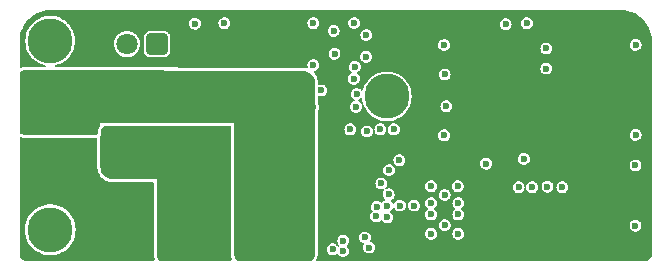
<source format=gbr>
%TF.GenerationSoftware,KiCad,Pcbnew,8.0.4*%
%TF.CreationDate,2025-03-19T01:09:58-05:00*%
%TF.ProjectId,Melty,4d656c74-792e-46b6-9963-61645f706362,rev?*%
%TF.SameCoordinates,Original*%
%TF.FileFunction,Copper,L3,Inr*%
%TF.FilePolarity,Positive*%
%FSLAX46Y46*%
G04 Gerber Fmt 4.6, Leading zero omitted, Abs format (unit mm)*
G04 Created by KiCad (PCBNEW 8.0.4) date 2025-03-19 01:09:58*
%MOMM*%
%LPD*%
G01*
G04 APERTURE LIST*
G04 Aperture macros list*
%AMRoundRect*
0 Rectangle with rounded corners*
0 $1 Rounding radius*
0 $2 $3 $4 $5 $6 $7 $8 $9 X,Y pos of 4 corners*
0 Add a 4 corners polygon primitive as box body*
4,1,4,$2,$3,$4,$5,$6,$7,$8,$9,$2,$3,0*
0 Add four circle primitives for the rounded corners*
1,1,$1+$1,$2,$3*
1,1,$1+$1,$4,$5*
1,1,$1+$1,$6,$7*
1,1,$1+$1,$8,$9*
0 Add four rect primitives between the rounded corners*
20,1,$1+$1,$2,$3,$4,$5,0*
20,1,$1+$1,$4,$5,$6,$7,0*
20,1,$1+$1,$6,$7,$8,$9,0*
20,1,$1+$1,$8,$9,$2,$3,0*%
G04 Aperture macros list end*
%TA.AperFunction,ComponentPad*%
%ADD10C,3.800000*%
%TD*%
%TA.AperFunction,ComponentPad*%
%ADD11RoundRect,0.250200X0.649800X0.649800X-0.649800X0.649800X-0.649800X-0.649800X0.649800X-0.649800X0*%
%TD*%
%TA.AperFunction,ComponentPad*%
%ADD12C,1.800000*%
%TD*%
%TA.AperFunction,ComponentPad*%
%ADD13R,3.000000X3.000000*%
%TD*%
%TA.AperFunction,ComponentPad*%
%ADD14C,3.000000*%
%TD*%
%TA.AperFunction,ViaPad*%
%ADD15C,0.600000*%
%TD*%
%TA.AperFunction,ViaPad*%
%ADD16C,0.450000*%
%TD*%
G04 APERTURE END LIST*
D10*
%TO.N,N/C*%
%TO.C,REF\u002A\u002A*%
X153000000Y-52500000D03*
%TD*%
%TO.N,N/C*%
%TO.C,REF\u002A\u002A*%
X181500000Y-57200000D03*
%TD*%
%TO.N,N/C*%
%TO.C,REF\u002A\u002A*%
X153000000Y-68500000D03*
%TD*%
D11*
%TO.N,/IR*%
%TO.C,U5*%
X162040000Y-52775000D03*
D12*
%TO.N,GND*%
X159500000Y-52775000D03*
%TO.N,+3V3*%
X156960000Y-52775000D03*
%TD*%
D13*
%TO.N,Net-(J4-Pin_1)*%
%TO.C,J4*%
X153000000Y-63000000D03*
D14*
%TO.N,GND*%
X153000000Y-58000000D03*
%TD*%
D15*
%TO.N,+5V*%
X181650000Y-65500000D03*
D16*
%TO.N,GND*%
X175000000Y-65400000D03*
X172000000Y-69400000D03*
X173000000Y-66400000D03*
X174000000Y-68400000D03*
D15*
X195100000Y-64850000D03*
X175275460Y-58100000D03*
X179650000Y-69150000D03*
D16*
X171000000Y-66400000D03*
X171000000Y-68400000D03*
D15*
X183800000Y-66450000D03*
D16*
X175000000Y-69400000D03*
X172000000Y-67400000D03*
D15*
X182600000Y-66450000D03*
D16*
X174000000Y-65400000D03*
D15*
X186400000Y-65550000D03*
D16*
X173000000Y-68400000D03*
D15*
X175275460Y-51002962D03*
D16*
X171000000Y-67400000D03*
D15*
X187550000Y-66250000D03*
X185250000Y-64800000D03*
X189900000Y-62900000D03*
D16*
X173000000Y-67400000D03*
X173000000Y-69400000D03*
D15*
X187500000Y-64800000D03*
D16*
X174000000Y-66400000D03*
D15*
X165250000Y-51050000D03*
X185250000Y-66250000D03*
D16*
X172000000Y-66400000D03*
X174000000Y-67400000D03*
X173000000Y-65400000D03*
X175000000Y-67400000D03*
X175000000Y-66400000D03*
D15*
X192650000Y-64900000D03*
D16*
X171000000Y-69400000D03*
D15*
X175275460Y-54550000D03*
D16*
X172000000Y-68400000D03*
X172000000Y-65400000D03*
X171000000Y-65400000D03*
X175000000Y-68400000D03*
X174000000Y-69400000D03*
%TO.N,+BATT*%
X166100000Y-68400000D03*
X166100000Y-66400000D03*
X168100000Y-67400000D03*
X168100000Y-66400000D03*
X168100000Y-69400000D03*
X160500000Y-62000000D03*
X161500000Y-60100000D03*
X161500000Y-62000000D03*
X165100000Y-67400000D03*
X168100000Y-65400000D03*
X160500000Y-60100000D03*
X159500000Y-60100000D03*
X164100000Y-66400000D03*
X165100000Y-68400000D03*
X157500000Y-61000000D03*
X160500000Y-61000000D03*
X166100000Y-69400000D03*
X157500000Y-60100000D03*
X167100000Y-68400000D03*
X157500000Y-62000000D03*
X165100000Y-69400000D03*
X167100000Y-65400000D03*
X168100000Y-68400000D03*
X166100000Y-65400000D03*
X159500000Y-62000000D03*
X167100000Y-67400000D03*
X164100000Y-65400000D03*
X166100000Y-67400000D03*
X164100000Y-67400000D03*
D15*
X176900000Y-70150000D03*
D16*
X165100000Y-66400000D03*
X158500000Y-62000000D03*
X164100000Y-69400000D03*
X158500000Y-61000000D03*
X159500000Y-61000000D03*
X165100000Y-65400000D03*
X158500000Y-60100000D03*
X167100000Y-69400000D03*
X164100000Y-68400000D03*
X161500000Y-61000000D03*
X167100000Y-66400000D03*
D15*
%TO.N,+5V*%
X181550000Y-67450000D03*
X181550000Y-66450000D03*
X167750000Y-51000000D03*
X180950000Y-60000000D03*
X182100000Y-60000000D03*
X193100000Y-62500000D03*
X180600000Y-67350000D03*
X195000000Y-53150000D03*
X187550000Y-67200000D03*
X178900000Y-58086194D03*
X185250000Y-68850000D03*
X185250000Y-67200000D03*
X178724540Y-50997038D03*
X193350000Y-51000000D03*
X181025000Y-64575000D03*
X178800000Y-54700000D03*
X180650000Y-66550000D03*
X179812932Y-60171670D03*
X181692463Y-63442463D03*
X186400000Y-68100000D03*
X187550000Y-68850000D03*
%TO.N,+3V3*%
X197050000Y-60600000D03*
X185250000Y-62300000D03*
X192450000Y-54900000D03*
X182453399Y-69850252D03*
X197150000Y-57550000D03*
X177950000Y-65509620D03*
X197150000Y-51000000D03*
X180550000Y-69150000D03*
X189900000Y-61150000D03*
X192400000Y-58000000D03*
X185250000Y-63700000D03*
X187550000Y-62300000D03*
X186400000Y-63000000D03*
X197050000Y-52500000D03*
X187500000Y-63700000D03*
%TO.N,Net-(D1-DIN)*%
X179759620Y-52009620D03*
%TO.N,Net-(D1-DOUT)*%
X177067505Y-53600000D03*
X177000000Y-51650000D03*
%TO.N,Net-(D3-DOUT)*%
X175950000Y-56699998D03*
X178950000Y-57000000D03*
%TO.N,/VSense*%
X202550000Y-68150000D03*
X182550000Y-62600000D03*
%TO.N,/ESC2*%
X193800000Y-64900000D03*
%TO.N,/ESC1*%
X196350000Y-64900000D03*
%TO.N,/RX*%
X186350000Y-52850000D03*
%TO.N,Net-(Q1-D)*%
X191550000Y-51100000D03*
%TO.N,/TX*%
X202561364Y-52833000D03*
%TO.N,Net-(Q2-D)*%
X195000000Y-54850000D03*
%TO.N,/LED*%
X202561364Y-60453000D03*
%TO.N,/SCK*%
X177809311Y-69418621D03*
X186400000Y-55350000D03*
%TO.N,/MOSI*%
X177800000Y-70300000D03*
X186350000Y-60500000D03*
%TO.N,/IR*%
X178400000Y-60000000D03*
X202550000Y-63050000D03*
%TO.N,/MISO*%
X186534620Y-58034620D03*
X180000000Y-70000000D03*
D16*
%TO.N,Net-(J4-Pin_1)*%
X156500000Y-62000000D03*
X157500000Y-67000000D03*
X155500000Y-64000000D03*
X156500000Y-66000000D03*
X157500000Y-70000000D03*
X155500000Y-62000000D03*
X160500000Y-69000000D03*
X158500000Y-68000000D03*
X156500000Y-69000000D03*
X160500000Y-68000000D03*
X161500000Y-68000000D03*
X160500000Y-67000000D03*
X159500000Y-70000000D03*
X156500000Y-70000000D03*
X157500000Y-68000000D03*
X161500000Y-67000000D03*
X159500000Y-68000000D03*
X156500000Y-65000000D03*
X156500000Y-64000000D03*
X156500000Y-61000000D03*
X158500000Y-67000000D03*
X161500000Y-70000000D03*
X161500000Y-69000000D03*
X160500000Y-70000000D03*
X155500000Y-63000000D03*
X159500000Y-67000000D03*
X159500000Y-69000000D03*
X158500000Y-70000000D03*
X156500000Y-67000000D03*
X156500000Y-68000000D03*
X157500000Y-69000000D03*
X155500000Y-61000000D03*
X158500000Y-69000000D03*
X155500000Y-65000000D03*
X156500000Y-63000000D03*
D15*
%TO.N,Net-(D5-DOUT)*%
X179750000Y-53850000D03*
X178700000Y-55700000D03*
%TD*%
%TA.AperFunction,Conductor*%
%TO.N,GND*%
G36*
X174397862Y-55046054D02*
G01*
X174409983Y-55046696D01*
X174586347Y-55064724D01*
X174610111Y-55069536D01*
X174773766Y-55119752D01*
X174796138Y-55129096D01*
X174946882Y-55210197D01*
X174967010Y-55223717D01*
X175099095Y-55332606D01*
X175116207Y-55349785D01*
X175224578Y-55482300D01*
X175238019Y-55502481D01*
X175318527Y-55653547D01*
X175327784Y-55675959D01*
X175377352Y-55839801D01*
X175382071Y-55863584D01*
X175399406Y-56040024D01*
X175400000Y-56052148D01*
X175400000Y-56651993D01*
X175398939Y-56668178D01*
X175394750Y-56699996D01*
X175394750Y-56699998D01*
X175398939Y-56731815D01*
X175400000Y-56748001D01*
X175400000Y-70486557D01*
X175399397Y-70498767D01*
X175381815Y-70676448D01*
X175377029Y-70700396D01*
X175326759Y-70865301D01*
X175317373Y-70887845D01*
X175235753Y-71039711D01*
X175222130Y-71059979D01*
X175191250Y-71097363D01*
X175133380Y-71136513D01*
X175095648Y-71142393D01*
X168883388Y-71142393D01*
X168816349Y-71122708D01*
X168787284Y-71096751D01*
X168757302Y-71059979D01*
X168724692Y-71019983D01*
X168711309Y-70999835D01*
X168631128Y-70849000D01*
X168621913Y-70826639D01*
X168572547Y-70663096D01*
X168567851Y-70639370D01*
X168550592Y-70463310D01*
X168550000Y-70451213D01*
X168550000Y-69586251D01*
X168559177Y-69544065D01*
X168558433Y-69543847D01*
X168560927Y-69535349D01*
X168560931Y-69535342D01*
X168580390Y-69400000D01*
X168560931Y-69264658D01*
X168558432Y-69256147D01*
X168559175Y-69255928D01*
X168550000Y-69213746D01*
X168550000Y-68586251D01*
X168559177Y-68544065D01*
X168558433Y-68543847D01*
X168560927Y-68535349D01*
X168560931Y-68535342D01*
X168580390Y-68400000D01*
X168560931Y-68264658D01*
X168558432Y-68256147D01*
X168559175Y-68255928D01*
X168550000Y-68213746D01*
X168550000Y-67586251D01*
X168559177Y-67544065D01*
X168558433Y-67543847D01*
X168560927Y-67535349D01*
X168560931Y-67535342D01*
X168580390Y-67400000D01*
X168560931Y-67264658D01*
X168558432Y-67256147D01*
X168559175Y-67255928D01*
X168550000Y-67213746D01*
X168550000Y-66586251D01*
X168559177Y-66544065D01*
X168558433Y-66543847D01*
X168560927Y-66535349D01*
X168560931Y-66535342D01*
X168580390Y-66400000D01*
X168560931Y-66264658D01*
X168558432Y-66256147D01*
X168559175Y-66255928D01*
X168550000Y-66213746D01*
X168550000Y-65586251D01*
X168559177Y-65544065D01*
X168558433Y-65543847D01*
X168560927Y-65535349D01*
X168560931Y-65535342D01*
X168580390Y-65400000D01*
X168560931Y-65264658D01*
X168558432Y-65256147D01*
X168559175Y-65255928D01*
X168550000Y-65213746D01*
X168550000Y-60450003D01*
X168550000Y-60450000D01*
X168550000Y-59450000D01*
X167550000Y-59450000D01*
X167549997Y-59450000D01*
X157774992Y-59450000D01*
X157250000Y-59450000D01*
X157250000Y-59695436D01*
X157185413Y-59736942D01*
X157185409Y-59736946D01*
X157095872Y-59840278D01*
X157095867Y-59840285D01*
X157039070Y-59964654D01*
X157039068Y-59964662D01*
X157019610Y-60100000D01*
X157039068Y-60235341D01*
X157039069Y-60235345D01*
X157050394Y-60260141D01*
X157060338Y-60329300D01*
X157031313Y-60392855D01*
X157013086Y-60410029D01*
X157000451Y-60419724D01*
X156972418Y-60435909D01*
X156875961Y-60475863D01*
X156844694Y-60484241D01*
X156746010Y-60497233D01*
X156733058Y-60498939D01*
X156716874Y-60500000D01*
X151008845Y-60500000D01*
X150996694Y-60499403D01*
X150819866Y-60481991D01*
X150796030Y-60477251D01*
X150631850Y-60427460D01*
X150609398Y-60418163D01*
X150514640Y-60367530D01*
X150469105Y-60343198D01*
X150419255Y-60294243D01*
X150403546Y-60233886D01*
X150401571Y-55220296D01*
X150421229Y-55153251D01*
X150467398Y-55110741D01*
X150610506Y-55034722D01*
X150633039Y-55025464D01*
X150797874Y-54976024D01*
X150821793Y-54971351D01*
X150857348Y-54967980D01*
X150999220Y-54954533D01*
X151011407Y-54953981D01*
X174397862Y-55046054D01*
G37*
%TD.AperFunction*%
%TD*%
%TA.AperFunction,Conductor*%
%TO.N,Net-(J4-Pin_1)*%
G36*
X150563752Y-60673799D02*
G01*
X150721868Y-60721751D01*
X150721874Y-60721752D01*
X150721879Y-60721754D01*
X150746197Y-60727844D01*
X150770033Y-60732584D01*
X150794828Y-60736261D01*
X150794834Y-60736261D01*
X150794837Y-60736262D01*
X150971645Y-60753672D01*
X150971648Y-60753672D01*
X150971656Y-60753673D01*
X150984156Y-60754595D01*
X150996307Y-60755192D01*
X151008845Y-60755500D01*
X151008864Y-60755500D01*
X156716862Y-60755500D01*
X156716874Y-60755500D01*
X156733588Y-60754953D01*
X156749772Y-60753892D01*
X156766424Y-60752251D01*
X156779376Y-60750545D01*
X156779375Y-60750544D01*
X156781044Y-60750324D01*
X156854318Y-60740678D01*
X156923352Y-60751444D01*
X156975607Y-60797825D01*
X156994500Y-60863617D01*
X156994500Y-63193907D01*
X156994723Y-63202984D01*
X156994808Y-63206450D01*
X156995406Y-63218618D01*
X156996325Y-63231086D01*
X157013745Y-63407958D01*
X157013751Y-63408009D01*
X157017421Y-63432756D01*
X157017427Y-63432785D01*
X157022169Y-63456627D01*
X157028249Y-63480899D01*
X157028257Y-63480928D01*
X157078079Y-63645171D01*
X157086523Y-63668772D01*
X157086524Y-63668775D01*
X157095826Y-63691231D01*
X157106550Y-63713905D01*
X157106557Y-63713919D01*
X157187430Y-63865220D01*
X157187456Y-63865267D01*
X157200331Y-63886747D01*
X157213807Y-63906917D01*
X157213853Y-63906983D01*
X157228761Y-63927082D01*
X157228773Y-63927098D01*
X157298844Y-64012480D01*
X157337644Y-64059758D01*
X157354473Y-64078326D01*
X157371672Y-64095525D01*
X157390240Y-64112354D01*
X157390245Y-64112358D01*
X157522901Y-64221226D01*
X157522916Y-64221237D01*
X157543015Y-64236145D01*
X157543081Y-64236191D01*
X157563251Y-64249667D01*
X157584731Y-64262542D01*
X157584747Y-64262551D01*
X157584759Y-64262558D01*
X157584778Y-64262568D01*
X157736079Y-64343441D01*
X157736093Y-64343448D01*
X157736097Y-64343450D01*
X157736101Y-64343452D01*
X157758762Y-64354170D01*
X157781220Y-64363473D01*
X157804834Y-64371922D01*
X157969057Y-64421738D01*
X157993381Y-64427831D01*
X158017222Y-64432573D01*
X158035462Y-64435278D01*
X158042020Y-64436252D01*
X158059984Y-64438021D01*
X158218895Y-64453673D01*
X158231404Y-64454595D01*
X158243558Y-64455192D01*
X158256093Y-64455500D01*
X161620500Y-64455500D01*
X161687539Y-64475185D01*
X161733294Y-64527989D01*
X161744500Y-64579500D01*
X161744500Y-70486231D01*
X161744809Y-70498804D01*
X161745413Y-70511023D01*
X161746345Y-70523603D01*
X161762762Y-70689480D01*
X161763931Y-70701287D01*
X161763940Y-70701357D01*
X161767647Y-70726222D01*
X161772433Y-70750168D01*
X161778588Y-70774617D01*
X161778589Y-70774622D01*
X161828884Y-70939574D01*
X161834860Y-70956187D01*
X161839026Y-71025933D01*
X161814032Y-71076817D01*
X161797422Y-71097056D01*
X161739679Y-71136391D01*
X161701569Y-71142393D01*
X151014064Y-71142393D01*
X151000181Y-71141613D01*
X150975195Y-71138797D01*
X150887588Y-71128927D01*
X150860518Y-71122749D01*
X150760178Y-71087639D01*
X150735160Y-71075591D01*
X150645150Y-71019034D01*
X150623441Y-71001721D01*
X150548278Y-70926558D01*
X150530965Y-70904849D01*
X150474408Y-70814839D01*
X150462360Y-70789821D01*
X150457138Y-70774898D01*
X150427248Y-70689474D01*
X150421072Y-70662410D01*
X150420024Y-70653112D01*
X150408387Y-70549819D01*
X150407607Y-70535936D01*
X150407607Y-70476531D01*
X150407580Y-70476166D01*
X150406801Y-68500000D01*
X150844475Y-68500000D01*
X150864551Y-68793511D01*
X150864552Y-68793513D01*
X150924404Y-69081543D01*
X150924409Y-69081559D01*
X151022927Y-69358762D01*
X151158278Y-69619977D01*
X151158282Y-69619983D01*
X151327932Y-69860323D01*
X151528743Y-70075338D01*
X151656384Y-70179181D01*
X151756951Y-70260999D01*
X151756953Y-70261000D01*
X151756954Y-70261001D01*
X152008319Y-70413860D01*
X152008324Y-70413862D01*
X152260975Y-70523603D01*
X152278159Y-70531067D01*
X152561445Y-70610440D01*
X152817681Y-70645659D01*
X152852901Y-70650500D01*
X152852902Y-70650500D01*
X153147099Y-70650500D01*
X153178520Y-70646180D01*
X153438555Y-70610440D01*
X153721841Y-70531067D01*
X153991682Y-70413859D01*
X154243049Y-70260999D01*
X154471260Y-70075335D01*
X154672065Y-69860326D01*
X154841722Y-69619976D01*
X154977072Y-69358764D01*
X155075592Y-69081554D01*
X155075592Y-69081549D01*
X155075595Y-69081543D01*
X155108511Y-68923135D01*
X155135448Y-68793511D01*
X155155525Y-68500000D01*
X155135448Y-68206489D01*
X155118089Y-68122955D01*
X155075595Y-67918456D01*
X155075590Y-67918440D01*
X154977072Y-67641237D01*
X154977072Y-67641236D01*
X154841722Y-67380024D01*
X154841721Y-67380022D01*
X154841717Y-67380016D01*
X154672067Y-67139676D01*
X154471256Y-66924661D01*
X154243045Y-66738998D01*
X153991680Y-66586139D01*
X153991675Y-66586137D01*
X153721845Y-66468934D01*
X153438560Y-66389561D01*
X153438556Y-66389560D01*
X153438555Y-66389560D01*
X153292826Y-66369530D01*
X153147099Y-66349500D01*
X153147098Y-66349500D01*
X152852902Y-66349500D01*
X152852901Y-66349500D01*
X152561445Y-66389560D01*
X152561439Y-66389561D01*
X152278154Y-66468934D01*
X152008324Y-66586137D01*
X152008319Y-66586139D01*
X151756954Y-66738998D01*
X151528743Y-66924661D01*
X151327932Y-67139676D01*
X151158282Y-67380016D01*
X151158278Y-67380022D01*
X151022927Y-67641237D01*
X150924409Y-67918440D01*
X150924404Y-67918456D01*
X150864552Y-68206486D01*
X150864551Y-68206488D01*
X150844475Y-68500000D01*
X150406801Y-68500000D01*
X150403765Y-60792508D01*
X150423423Y-60725464D01*
X150476209Y-60679688D01*
X150545364Y-60669717D01*
X150563752Y-60673799D01*
G37*
%TD.AperFunction*%
%TD*%
%TA.AperFunction,Conductor*%
%TO.N,+BATT*%
G36*
X168234214Y-59725185D02*
G01*
X168245828Y-59733637D01*
X168247655Y-59735136D01*
X168264845Y-59752322D01*
X168266347Y-59754153D01*
X168293665Y-59818459D01*
X168294500Y-59832824D01*
X168294500Y-65213746D01*
X168300338Y-65268056D01*
X168308108Y-65303778D01*
X168309679Y-65312483D01*
X168319725Y-65382352D01*
X168319725Y-65417647D01*
X168309681Y-65487505D01*
X168308110Y-65496211D01*
X168300338Y-65531941D01*
X168294500Y-65586254D01*
X168294500Y-66213746D01*
X168300338Y-66268056D01*
X168308108Y-66303778D01*
X168309679Y-66312483D01*
X168319725Y-66382352D01*
X168319725Y-66417647D01*
X168309681Y-66487505D01*
X168308110Y-66496211D01*
X168300338Y-66531941D01*
X168294500Y-66586254D01*
X168294500Y-67213746D01*
X168300338Y-67268056D01*
X168308108Y-67303778D01*
X168309679Y-67312483D01*
X168319725Y-67382352D01*
X168319725Y-67417647D01*
X168309681Y-67487505D01*
X168308110Y-67496211D01*
X168300338Y-67531941D01*
X168294500Y-67586254D01*
X168294500Y-68213746D01*
X168300338Y-68268056D01*
X168308108Y-68303778D01*
X168309679Y-68312483D01*
X168319725Y-68382352D01*
X168319725Y-68417647D01*
X168309681Y-68487505D01*
X168308110Y-68496211D01*
X168300338Y-68531941D01*
X168294500Y-68586254D01*
X168294500Y-69213746D01*
X168300338Y-69268056D01*
X168308108Y-69303778D01*
X168309679Y-69312483D01*
X168319725Y-69382352D01*
X168319725Y-69417647D01*
X168309681Y-69487505D01*
X168308110Y-69496211D01*
X168300338Y-69531941D01*
X168294500Y-69586254D01*
X168294500Y-70451215D01*
X168294804Y-70463696D01*
X168295397Y-70475822D01*
X168296310Y-70488235D01*
X168313565Y-70664259D01*
X168313572Y-70664311D01*
X168317209Y-70688958D01*
X168317210Y-70688959D01*
X168317213Y-70688978D01*
X168319415Y-70700101D01*
X168321911Y-70712715D01*
X168327940Y-70736898D01*
X168327948Y-70736929D01*
X168339409Y-70774898D01*
X168377316Y-70900479D01*
X168382972Y-70916367D01*
X168386910Y-70986126D01*
X168362269Y-71036294D01*
X168313000Y-71096738D01*
X168255391Y-71136264D01*
X168216888Y-71142393D01*
X162304625Y-71142393D01*
X162237586Y-71122708D01*
X162209038Y-71097381D01*
X162177933Y-71059736D01*
X162164319Y-71039487D01*
X162082660Y-70887587D01*
X162073273Y-70865045D01*
X162022980Y-70700101D01*
X162018192Y-70676149D01*
X162017020Y-70664311D01*
X162000603Y-70498429D01*
X162000000Y-70486216D01*
X162000000Y-65200003D01*
X162000000Y-65200000D01*
X162000000Y-64200000D01*
X161000000Y-64200000D01*
X160999997Y-64200000D01*
X158256093Y-64200000D01*
X158243939Y-64199403D01*
X158067065Y-64181982D01*
X158043224Y-64177240D01*
X157879001Y-64127424D01*
X157856543Y-64118121D01*
X157705201Y-64037227D01*
X157684989Y-64023722D01*
X157552333Y-63914854D01*
X157535145Y-63897666D01*
X157426277Y-63765010D01*
X157412772Y-63744798D01*
X157331878Y-63593456D01*
X157322575Y-63570998D01*
X157272757Y-63406769D01*
X157268018Y-63382941D01*
X157250597Y-63206061D01*
X157250000Y-63193907D01*
X157250000Y-60556007D01*
X157263605Y-60505535D01*
X157261231Y-60504451D01*
X157263723Y-60498995D01*
X157292748Y-60435440D01*
X157307902Y-60392485D01*
X157313237Y-60292937D01*
X157303293Y-60223778D01*
X157301602Y-60218022D01*
X157301602Y-60148154D01*
X157301806Y-60147467D01*
X157322579Y-60078987D01*
X157331871Y-60056556D01*
X157412775Y-59905195D01*
X157426272Y-59884995D01*
X157535152Y-59752326D01*
X157552367Y-59735117D01*
X157553040Y-59734564D01*
X157554198Y-59733616D01*
X157618519Y-59706328D01*
X157632825Y-59705500D01*
X168167175Y-59705500D01*
X168234214Y-59725185D01*
G37*
%TD.AperFunction*%
%TD*%
%TA.AperFunction,Conductor*%
%TO.N,+3V3*%
G36*
X201352065Y-49900615D02*
G01*
X201636914Y-49916612D01*
X201645150Y-49917541D01*
X201924345Y-49964978D01*
X201932428Y-49966823D01*
X202204578Y-50045227D01*
X202212390Y-50047961D01*
X202474053Y-50156345D01*
X202481503Y-50159932D01*
X202729388Y-50296934D01*
X202736394Y-50301336D01*
X202967388Y-50465235D01*
X202973856Y-50470394D01*
X203116006Y-50597427D01*
X203185025Y-50659107D01*
X203190892Y-50664974D01*
X203238150Y-50717855D01*
X203379603Y-50876141D01*
X203384766Y-50882613D01*
X203440593Y-50961294D01*
X203548661Y-51113602D01*
X203553068Y-51120616D01*
X203690063Y-51368489D01*
X203693657Y-51375953D01*
X203797841Y-51627477D01*
X203802033Y-51637596D01*
X203804774Y-51645429D01*
X203883175Y-51917567D01*
X203885021Y-51925657D01*
X203932457Y-52204843D01*
X203933387Y-52213090D01*
X203949383Y-52497919D01*
X203949499Y-52502097D01*
X203942417Y-70480013D01*
X203942393Y-70480357D01*
X203942393Y-70538738D01*
X203941928Y-70547023D01*
X203928296Y-70668015D01*
X203924608Y-70684171D01*
X203885779Y-70795136D01*
X203878590Y-70810065D01*
X203816039Y-70909616D01*
X203805707Y-70922572D01*
X203722572Y-71005707D01*
X203709616Y-71016039D01*
X203610065Y-71078590D01*
X203595136Y-71085779D01*
X203505566Y-71117121D01*
X203484169Y-71124608D01*
X203468015Y-71128296D01*
X203347023Y-71141928D01*
X203338738Y-71142393D01*
X175594412Y-71142393D01*
X175542086Y-71120719D01*
X175520412Y-71068393D01*
X175529230Y-71033361D01*
X175542416Y-71008826D01*
X175542419Y-71008818D01*
X175542429Y-71008801D01*
X175553246Y-70986049D01*
X175562632Y-70963505D01*
X175571155Y-70939803D01*
X175621425Y-70774898D01*
X175627575Y-70750467D01*
X175632361Y-70726519D01*
X175636073Y-70701608D01*
X175637799Y-70684171D01*
X175641130Y-70650499D01*
X175653655Y-70523927D01*
X175654586Y-70511370D01*
X175655189Y-70499160D01*
X175655500Y-70486557D01*
X175655500Y-70150000D01*
X176394353Y-70150000D01*
X176414834Y-70292454D01*
X176474623Y-70423373D01*
X176568868Y-70532139D01*
X176568869Y-70532140D01*
X176568872Y-70532143D01*
X176689947Y-70609953D01*
X176796403Y-70641211D01*
X176828035Y-70650499D01*
X176828037Y-70650500D01*
X176828039Y-70650500D01*
X176971963Y-70650500D01*
X176971964Y-70650499D01*
X177110053Y-70609953D01*
X177231128Y-70532143D01*
X177237361Y-70524949D01*
X177288005Y-70499597D01*
X177341745Y-70517481D01*
X177360599Y-70542666D01*
X177374622Y-70573372D01*
X177468868Y-70682139D01*
X177468869Y-70682140D01*
X177468872Y-70682143D01*
X177589947Y-70759953D01*
X177696403Y-70791211D01*
X177728035Y-70800499D01*
X177728037Y-70800500D01*
X177728039Y-70800500D01*
X177871963Y-70800500D01*
X177871964Y-70800499D01*
X177890229Y-70795136D01*
X178010053Y-70759953D01*
X178131128Y-70682143D01*
X178225377Y-70573373D01*
X178285165Y-70442457D01*
X178305647Y-70300000D01*
X178285165Y-70157543D01*
X178225377Y-70026627D01*
X178131128Y-69917857D01*
X178131127Y-69917856D01*
X178127662Y-69913857D01*
X178129110Y-69912602D01*
X178106860Y-69868146D01*
X178124749Y-69814408D01*
X178136464Y-69804258D01*
X178136439Y-69804229D01*
X178140432Y-69800768D01*
X178140439Y-69800764D01*
X178234688Y-69691994D01*
X178294476Y-69561078D01*
X178314958Y-69418621D01*
X178294476Y-69276164D01*
X178236858Y-69150000D01*
X179144353Y-69150000D01*
X179164834Y-69292454D01*
X179164834Y-69292455D01*
X179164835Y-69292457D01*
X179185998Y-69338797D01*
X179224623Y-69423373D01*
X179318868Y-69532139D01*
X179318869Y-69532140D01*
X179318872Y-69532143D01*
X179439947Y-69609953D01*
X179487837Y-69624014D01*
X179523740Y-69634557D01*
X179567840Y-69670095D01*
X179573894Y-69726407D01*
X179570205Y-69736300D01*
X179514834Y-69857545D01*
X179494353Y-70000000D01*
X179514834Y-70142454D01*
X179574623Y-70273373D01*
X179668868Y-70382139D01*
X179668869Y-70382140D01*
X179668872Y-70382143D01*
X179789947Y-70459953D01*
X179880553Y-70486557D01*
X179928035Y-70500499D01*
X179928037Y-70500500D01*
X179928039Y-70500500D01*
X180071963Y-70500500D01*
X180071964Y-70500499D01*
X180075036Y-70499597D01*
X180210053Y-70459953D01*
X180331128Y-70382143D01*
X180425377Y-70273373D01*
X180485165Y-70142457D01*
X180505647Y-70000000D01*
X180485165Y-69857543D01*
X180425377Y-69726627D01*
X180395368Y-69691994D01*
X180331131Y-69617860D01*
X180331129Y-69617859D01*
X180331128Y-69617857D01*
X180242778Y-69561078D01*
X180210054Y-69540047D01*
X180210052Y-69540046D01*
X180126258Y-69515442D01*
X180082158Y-69479904D01*
X180076105Y-69423591D01*
X180079789Y-69413711D01*
X180135165Y-69292457D01*
X180155647Y-69150000D01*
X180135165Y-69007543D01*
X180075377Y-68876627D01*
X180052304Y-68850000D01*
X184744353Y-68850000D01*
X184764834Y-68992454D01*
X184764834Y-68992455D01*
X184764835Y-68992457D01*
X184791787Y-69051472D01*
X184824623Y-69123373D01*
X184918868Y-69232139D01*
X184918869Y-69232140D01*
X184918872Y-69232143D01*
X185039947Y-69309953D01*
X185138182Y-69338797D01*
X185178035Y-69350499D01*
X185178037Y-69350500D01*
X185178039Y-69350500D01*
X185321963Y-69350500D01*
X185321964Y-69350499D01*
X185328677Y-69348528D01*
X185460053Y-69309953D01*
X185581128Y-69232143D01*
X185675377Y-69123373D01*
X185735165Y-68992457D01*
X185755647Y-68850000D01*
X187044353Y-68850000D01*
X187064834Y-68992454D01*
X187064834Y-68992455D01*
X187064835Y-68992457D01*
X187091787Y-69051472D01*
X187124623Y-69123373D01*
X187218868Y-69232139D01*
X187218869Y-69232140D01*
X187218872Y-69232143D01*
X187339947Y-69309953D01*
X187438182Y-69338797D01*
X187478035Y-69350499D01*
X187478037Y-69350500D01*
X187478039Y-69350500D01*
X187621963Y-69350500D01*
X187621964Y-69350499D01*
X187628677Y-69348528D01*
X187760053Y-69309953D01*
X187881128Y-69232143D01*
X187975377Y-69123373D01*
X188035165Y-68992457D01*
X188055647Y-68850000D01*
X188035165Y-68707543D01*
X187975377Y-68576627D01*
X187951814Y-68549434D01*
X187881131Y-68467860D01*
X187881129Y-68467859D01*
X187881128Y-68467857D01*
X187823472Y-68430804D01*
X187760054Y-68390047D01*
X187760050Y-68390046D01*
X187621964Y-68349500D01*
X187621961Y-68349500D01*
X187478039Y-68349500D01*
X187478036Y-68349500D01*
X187339949Y-68390046D01*
X187339945Y-68390047D01*
X187218875Y-68467855D01*
X187218868Y-68467860D01*
X187124623Y-68576626D01*
X187064834Y-68707545D01*
X187044353Y-68850000D01*
X185755647Y-68850000D01*
X185735165Y-68707543D01*
X185675377Y-68576627D01*
X185651814Y-68549434D01*
X185581131Y-68467860D01*
X185581129Y-68467859D01*
X185581128Y-68467857D01*
X185523472Y-68430804D01*
X185460054Y-68390047D01*
X185460050Y-68390046D01*
X185321964Y-68349500D01*
X185321961Y-68349500D01*
X185178039Y-68349500D01*
X185178036Y-68349500D01*
X185039949Y-68390046D01*
X185039945Y-68390047D01*
X184918875Y-68467855D01*
X184918868Y-68467860D01*
X184824623Y-68576626D01*
X184764834Y-68707545D01*
X184744353Y-68850000D01*
X180052304Y-68850000D01*
X180051814Y-68849434D01*
X179981131Y-68767860D01*
X179981129Y-68767859D01*
X179981128Y-68767857D01*
X179924182Y-68731260D01*
X179860054Y-68690047D01*
X179860050Y-68690046D01*
X179721964Y-68649500D01*
X179721961Y-68649500D01*
X179578039Y-68649500D01*
X179578036Y-68649500D01*
X179439949Y-68690046D01*
X179439945Y-68690047D01*
X179318875Y-68767855D01*
X179318868Y-68767860D01*
X179224623Y-68876626D01*
X179164834Y-69007545D01*
X179144353Y-69150000D01*
X178236858Y-69150000D01*
X178234688Y-69145248D01*
X178211125Y-69118055D01*
X178140442Y-69036481D01*
X178140440Y-69036480D01*
X178140439Y-69036478D01*
X178068555Y-68990281D01*
X178019365Y-68958668D01*
X178019361Y-68958667D01*
X177881275Y-68918121D01*
X177881272Y-68918121D01*
X177737350Y-68918121D01*
X177737347Y-68918121D01*
X177599260Y-68958667D01*
X177599256Y-68958668D01*
X177478186Y-69036476D01*
X177478179Y-69036481D01*
X177383934Y-69145247D01*
X177324145Y-69276166D01*
X177303664Y-69418621D01*
X177324145Y-69561075D01*
X177324145Y-69561076D01*
X177324146Y-69561078D01*
X177364984Y-69650500D01*
X177383934Y-69691994D01*
X177481649Y-69804764D01*
X177480199Y-69806019D01*
X177502450Y-69850472D01*
X177484562Y-69904210D01*
X177472846Y-69914362D01*
X177472872Y-69914392D01*
X177468864Y-69917864D01*
X177462634Y-69925054D01*
X177411987Y-69950403D01*
X177358249Y-69932513D01*
X177339400Y-69907334D01*
X177325377Y-69876627D01*
X177301814Y-69849434D01*
X177231131Y-69767860D01*
X177231129Y-69767859D01*
X177231128Y-69767857D01*
X177166971Y-69726626D01*
X177110054Y-69690047D01*
X177110050Y-69690046D01*
X176971964Y-69649500D01*
X176971961Y-69649500D01*
X176828039Y-69649500D01*
X176828036Y-69649500D01*
X176689949Y-69690046D01*
X176689945Y-69690047D01*
X176568875Y-69767855D01*
X176568868Y-69767860D01*
X176474623Y-69876626D01*
X176414834Y-70007545D01*
X176394353Y-70150000D01*
X175655500Y-70150000D01*
X175655500Y-68100000D01*
X185894353Y-68100000D01*
X185914834Y-68242454D01*
X185914834Y-68242455D01*
X185914835Y-68242457D01*
X185974623Y-68373373D01*
X186068868Y-68482139D01*
X186068869Y-68482140D01*
X186068872Y-68482143D01*
X186189947Y-68559953D01*
X186293236Y-68590281D01*
X186328035Y-68600499D01*
X186328037Y-68600500D01*
X186328039Y-68600500D01*
X186471963Y-68600500D01*
X186471964Y-68600499D01*
X186610053Y-68559953D01*
X186731128Y-68482143D01*
X186825377Y-68373373D01*
X186885165Y-68242457D01*
X186898458Y-68150000D01*
X202044353Y-68150000D01*
X202064834Y-68292454D01*
X202124623Y-68423373D01*
X202218868Y-68532139D01*
X202218869Y-68532140D01*
X202218872Y-68532143D01*
X202339947Y-68609953D01*
X202446403Y-68641211D01*
X202478035Y-68650499D01*
X202478037Y-68650500D01*
X202478039Y-68650500D01*
X202621963Y-68650500D01*
X202621964Y-68650499D01*
X202760053Y-68609953D01*
X202881128Y-68532143D01*
X202975377Y-68423373D01*
X203035165Y-68292457D01*
X203055647Y-68150000D01*
X203035165Y-68007543D01*
X202975377Y-67876627D01*
X202936828Y-67832139D01*
X202881131Y-67767860D01*
X202881129Y-67767859D01*
X202881128Y-67767857D01*
X202824182Y-67731260D01*
X202760054Y-67690047D01*
X202760050Y-67690046D01*
X202621964Y-67649500D01*
X202621961Y-67649500D01*
X202478039Y-67649500D01*
X202478036Y-67649500D01*
X202339949Y-67690046D01*
X202339945Y-67690047D01*
X202218875Y-67767855D01*
X202218868Y-67767860D01*
X202124623Y-67876626D01*
X202064834Y-68007545D01*
X202044353Y-68150000D01*
X186898458Y-68150000D01*
X186905647Y-68100000D01*
X186885165Y-67957543D01*
X186825377Y-67826627D01*
X186774451Y-67767855D01*
X186731131Y-67717860D01*
X186731129Y-67717859D01*
X186731128Y-67717857D01*
X186644893Y-67662437D01*
X186610054Y-67640047D01*
X186610050Y-67640046D01*
X186471964Y-67599500D01*
X186471961Y-67599500D01*
X186328039Y-67599500D01*
X186328036Y-67599500D01*
X186189949Y-67640046D01*
X186189945Y-67640047D01*
X186068875Y-67717855D01*
X186068868Y-67717860D01*
X185974623Y-67826626D01*
X185914834Y-67957545D01*
X185894353Y-68100000D01*
X175655500Y-68100000D01*
X175655500Y-67350000D01*
X180094353Y-67350000D01*
X180114834Y-67492454D01*
X180114834Y-67492455D01*
X180114835Y-67492457D01*
X180174623Y-67623373D01*
X180268868Y-67732139D01*
X180268869Y-67732140D01*
X180268872Y-67732143D01*
X180324449Y-67767860D01*
X180389582Y-67809719D01*
X180389947Y-67809953D01*
X180496403Y-67841211D01*
X180528035Y-67850499D01*
X180528037Y-67850500D01*
X180528039Y-67850500D01*
X180671963Y-67850500D01*
X180671964Y-67850499D01*
X180810053Y-67809953D01*
X180931128Y-67732143D01*
X180985058Y-67669903D01*
X181035703Y-67644552D01*
X181089442Y-67662437D01*
X181108295Y-67687621D01*
X181124622Y-67723372D01*
X181218868Y-67832139D01*
X181218869Y-67832140D01*
X181218872Y-67832143D01*
X181339947Y-67909953D01*
X181446403Y-67941211D01*
X181478035Y-67950499D01*
X181478037Y-67950500D01*
X181478039Y-67950500D01*
X181621963Y-67950500D01*
X181621964Y-67950499D01*
X181760053Y-67909953D01*
X181881128Y-67832143D01*
X181975377Y-67723373D01*
X182035165Y-67592457D01*
X182055647Y-67450000D01*
X182035165Y-67307543D01*
X181975377Y-67176627D01*
X181941526Y-67137561D01*
X181881131Y-67067860D01*
X181881129Y-67067859D01*
X181881128Y-67067857D01*
X181794605Y-67012252D01*
X181762304Y-66965730D01*
X181772360Y-66909993D01*
X181794606Y-66887747D01*
X181881128Y-66832143D01*
X181975377Y-66723373D01*
X182007688Y-66652621D01*
X182049140Y-66614030D01*
X182105741Y-66616051D01*
X182142311Y-66652621D01*
X182160503Y-66692454D01*
X182174623Y-66723373D01*
X182268868Y-66832139D01*
X182268869Y-66832140D01*
X182268872Y-66832143D01*
X182389947Y-66909953D01*
X182472764Y-66934270D01*
X182528035Y-66950499D01*
X182528037Y-66950500D01*
X182528039Y-66950500D01*
X182671963Y-66950500D01*
X182671964Y-66950499D01*
X182810053Y-66909953D01*
X182931128Y-66832143D01*
X183025377Y-66723373D01*
X183085165Y-66592457D01*
X183105647Y-66450000D01*
X183294353Y-66450000D01*
X183314834Y-66592454D01*
X183314834Y-66592455D01*
X183314835Y-66592457D01*
X183332959Y-66632143D01*
X183374623Y-66723373D01*
X183468868Y-66832139D01*
X183468869Y-66832140D01*
X183468872Y-66832143D01*
X183589947Y-66909953D01*
X183672764Y-66934270D01*
X183728035Y-66950499D01*
X183728037Y-66950500D01*
X183728039Y-66950500D01*
X183871963Y-66950500D01*
X183871964Y-66950499D01*
X184010053Y-66909953D01*
X184131128Y-66832143D01*
X184225377Y-66723373D01*
X184285165Y-66592457D01*
X184305647Y-66450000D01*
X184285165Y-66307543D01*
X184258886Y-66250000D01*
X184744353Y-66250000D01*
X184764834Y-66392454D01*
X184764834Y-66392455D01*
X184764835Y-66392457D01*
X184821327Y-66516156D01*
X184824623Y-66523373D01*
X184918868Y-66632139D01*
X184918870Y-66632140D01*
X184918872Y-66632143D01*
X184918874Y-66632144D01*
X184918875Y-66632145D01*
X184966493Y-66662747D01*
X184998795Y-66709270D01*
X184988739Y-66765007D01*
X184966493Y-66787253D01*
X184918875Y-66817854D01*
X184918868Y-66817860D01*
X184824623Y-66926626D01*
X184764834Y-67057545D01*
X184744353Y-67200000D01*
X184764834Y-67342454D01*
X184764834Y-67342455D01*
X184764835Y-67342457D01*
X184793884Y-67406064D01*
X184824623Y-67473373D01*
X184918868Y-67582139D01*
X184918869Y-67582140D01*
X184918872Y-67582143D01*
X185008971Y-67640046D01*
X185015982Y-67644552D01*
X185039947Y-67659953D01*
X185134177Y-67687621D01*
X185178035Y-67700499D01*
X185178037Y-67700500D01*
X185178039Y-67700500D01*
X185321963Y-67700500D01*
X185321964Y-67700499D01*
X185460053Y-67659953D01*
X185581128Y-67582143D01*
X185675377Y-67473373D01*
X185735165Y-67342457D01*
X185755647Y-67200000D01*
X185735165Y-67057543D01*
X185675377Y-66926627D01*
X185593506Y-66832142D01*
X185581131Y-66817860D01*
X185581129Y-66817859D01*
X185581128Y-66817857D01*
X185533505Y-66787251D01*
X185501204Y-66740730D01*
X185511260Y-66684993D01*
X185533503Y-66662749D01*
X185581128Y-66632143D01*
X185675377Y-66523373D01*
X185735165Y-66392457D01*
X185755647Y-66250000D01*
X187044353Y-66250000D01*
X187064834Y-66392454D01*
X187064834Y-66392455D01*
X187064835Y-66392457D01*
X187121327Y-66516156D01*
X187124623Y-66523373D01*
X187218868Y-66632139D01*
X187218870Y-66632140D01*
X187218872Y-66632143D01*
X187218874Y-66632144D01*
X187218875Y-66632145D01*
X187266493Y-66662747D01*
X187298795Y-66709270D01*
X187288739Y-66765007D01*
X187266493Y-66787253D01*
X187218875Y-66817854D01*
X187218868Y-66817860D01*
X187124623Y-66926626D01*
X187064834Y-67057545D01*
X187044353Y-67200000D01*
X187064834Y-67342454D01*
X187064834Y-67342455D01*
X187064835Y-67342457D01*
X187093884Y-67406064D01*
X187124623Y-67473373D01*
X187218868Y-67582139D01*
X187218869Y-67582140D01*
X187218872Y-67582143D01*
X187308971Y-67640046D01*
X187315982Y-67644552D01*
X187339947Y-67659953D01*
X187434177Y-67687621D01*
X187478035Y-67700499D01*
X187478037Y-67700500D01*
X187478039Y-67700500D01*
X187621963Y-67700500D01*
X187621964Y-67700499D01*
X187760053Y-67659953D01*
X187881128Y-67582143D01*
X187975377Y-67473373D01*
X188035165Y-67342457D01*
X188055647Y-67200000D01*
X188035165Y-67057543D01*
X187975377Y-66926627D01*
X187893506Y-66832142D01*
X187881131Y-66817860D01*
X187881129Y-66817859D01*
X187881128Y-66817857D01*
X187833505Y-66787251D01*
X187801204Y-66740730D01*
X187811260Y-66684993D01*
X187833503Y-66662749D01*
X187881128Y-66632143D01*
X187975377Y-66523373D01*
X188035165Y-66392457D01*
X188055647Y-66250000D01*
X188035165Y-66107543D01*
X187975377Y-65976627D01*
X187898129Y-65887477D01*
X187881131Y-65867860D01*
X187881129Y-65867859D01*
X187881128Y-65867857D01*
X187823472Y-65830804D01*
X187760054Y-65790047D01*
X187760050Y-65790046D01*
X187621964Y-65749500D01*
X187621961Y-65749500D01*
X187478039Y-65749500D01*
X187478036Y-65749500D01*
X187339949Y-65790046D01*
X187339945Y-65790047D01*
X187218875Y-65867855D01*
X187218868Y-65867860D01*
X187124623Y-65976626D01*
X187064834Y-66107545D01*
X187044353Y-66250000D01*
X185755647Y-66250000D01*
X185735165Y-66107543D01*
X185675377Y-65976627D01*
X185598129Y-65887477D01*
X185581131Y-65867860D01*
X185581129Y-65867859D01*
X185581128Y-65867857D01*
X185523472Y-65830804D01*
X185460054Y-65790047D01*
X185460050Y-65790046D01*
X185321964Y-65749500D01*
X185321961Y-65749500D01*
X185178039Y-65749500D01*
X185178036Y-65749500D01*
X185039949Y-65790046D01*
X185039945Y-65790047D01*
X184918875Y-65867855D01*
X184918868Y-65867860D01*
X184824623Y-65976626D01*
X184764834Y-66107545D01*
X184744353Y-66250000D01*
X184258886Y-66250000D01*
X184225377Y-66176627D01*
X184199515Y-66146780D01*
X184131131Y-66067860D01*
X184131129Y-66067859D01*
X184131128Y-66067857D01*
X184059076Y-66021552D01*
X184010054Y-65990047D01*
X184010050Y-65990046D01*
X183871964Y-65949500D01*
X183871961Y-65949500D01*
X183728039Y-65949500D01*
X183728036Y-65949500D01*
X183589949Y-65990046D01*
X183589945Y-65990047D01*
X183468875Y-66067855D01*
X183468868Y-66067860D01*
X183374623Y-66176626D01*
X183314834Y-66307545D01*
X183294353Y-66450000D01*
X183105647Y-66450000D01*
X183085165Y-66307543D01*
X183025377Y-66176627D01*
X182999515Y-66146780D01*
X182931131Y-66067860D01*
X182931129Y-66067859D01*
X182931128Y-66067857D01*
X182859076Y-66021552D01*
X182810054Y-65990047D01*
X182810050Y-65990046D01*
X182671964Y-65949500D01*
X182671961Y-65949500D01*
X182528039Y-65949500D01*
X182528036Y-65949500D01*
X182389949Y-65990046D01*
X182389945Y-65990047D01*
X182268875Y-66067855D01*
X182268868Y-66067860D01*
X182174623Y-66176626D01*
X182142313Y-66247376D01*
X182100860Y-66285969D01*
X182044259Y-66283948D01*
X182007687Y-66247376D01*
X181992074Y-66213189D01*
X181975377Y-66176627D01*
X181949515Y-66146780D01*
X181881131Y-66067860D01*
X181877128Y-66064392D01*
X181878746Y-66062524D01*
X181851207Y-66022876D01*
X181861253Y-65967137D01*
X181883504Y-65944881D01*
X181981128Y-65882143D01*
X182075377Y-65773373D01*
X182135165Y-65642457D01*
X182148458Y-65550000D01*
X185894353Y-65550000D01*
X185914834Y-65692454D01*
X185974623Y-65823373D01*
X186068868Y-65932139D01*
X186068869Y-65932140D01*
X186068872Y-65932143D01*
X186123324Y-65967137D01*
X186182423Y-66005118D01*
X186189947Y-66009953D01*
X186296403Y-66041211D01*
X186328035Y-66050499D01*
X186328037Y-66050500D01*
X186328039Y-66050500D01*
X186471963Y-66050500D01*
X186471964Y-66050499D01*
X186610053Y-66009953D01*
X186731128Y-65932143D01*
X186825377Y-65823373D01*
X186885165Y-65692457D01*
X186905647Y-65550000D01*
X186885165Y-65407543D01*
X186825377Y-65276627D01*
X186743507Y-65182143D01*
X186731131Y-65167860D01*
X186731129Y-65167859D01*
X186731128Y-65167857D01*
X186674182Y-65131260D01*
X186610054Y-65090047D01*
X186610050Y-65090046D01*
X186471964Y-65049500D01*
X186471961Y-65049500D01*
X186328039Y-65049500D01*
X186328036Y-65049500D01*
X186189949Y-65090046D01*
X186189945Y-65090047D01*
X186068875Y-65167855D01*
X186068868Y-65167860D01*
X185974623Y-65276626D01*
X185914834Y-65407545D01*
X185894353Y-65550000D01*
X182148458Y-65550000D01*
X182155647Y-65500000D01*
X182135165Y-65357543D01*
X182075377Y-65226627D01*
X182021210Y-65164114D01*
X181981131Y-65117860D01*
X181981129Y-65117859D01*
X181981128Y-65117857D01*
X181915218Y-65075499D01*
X181860054Y-65040047D01*
X181860050Y-65040046D01*
X181721964Y-64999500D01*
X181721961Y-64999500D01*
X181578039Y-64999500D01*
X181578036Y-64999500D01*
X181472984Y-65030346D01*
X181416672Y-65024292D01*
X181381134Y-64980192D01*
X181387188Y-64923880D01*
X181396204Y-64910891D01*
X181450377Y-64848373D01*
X181472468Y-64800000D01*
X184744353Y-64800000D01*
X184764834Y-64942454D01*
X184764834Y-64942455D01*
X184764835Y-64942457D01*
X184814271Y-65050706D01*
X184824623Y-65073373D01*
X184918868Y-65182139D01*
X184918869Y-65182140D01*
X184918872Y-65182143D01*
X185039947Y-65259953D01*
X185146403Y-65291211D01*
X185178035Y-65300499D01*
X185178037Y-65300500D01*
X185178039Y-65300500D01*
X185321963Y-65300500D01*
X185321964Y-65300499D01*
X185460053Y-65259953D01*
X185581128Y-65182143D01*
X185675377Y-65073373D01*
X185735165Y-64942457D01*
X185755647Y-64800000D01*
X186994353Y-64800000D01*
X187014834Y-64942454D01*
X187014834Y-64942455D01*
X187014835Y-64942457D01*
X187064271Y-65050706D01*
X187074623Y-65073373D01*
X187168868Y-65182139D01*
X187168869Y-65182140D01*
X187168872Y-65182143D01*
X187289947Y-65259953D01*
X187396403Y-65291211D01*
X187428035Y-65300499D01*
X187428037Y-65300500D01*
X187428039Y-65300500D01*
X187571963Y-65300500D01*
X187571964Y-65300499D01*
X187710053Y-65259953D01*
X187831128Y-65182143D01*
X187925377Y-65073373D01*
X187985165Y-64942457D01*
X187991269Y-64900000D01*
X192144353Y-64900000D01*
X192164834Y-65042454D01*
X192164834Y-65042455D01*
X192164835Y-65042457D01*
X192199271Y-65117860D01*
X192224623Y-65173373D01*
X192318868Y-65282139D01*
X192318869Y-65282140D01*
X192318872Y-65282143D01*
X192439947Y-65359953D01*
X192546403Y-65391211D01*
X192578035Y-65400499D01*
X192578037Y-65400500D01*
X192578039Y-65400500D01*
X192721963Y-65400500D01*
X192721964Y-65400499D01*
X192860053Y-65359953D01*
X192981128Y-65282143D01*
X193075377Y-65173373D01*
X193135165Y-65042457D01*
X193151753Y-64927082D01*
X193164965Y-64904814D01*
X193160976Y-64895184D01*
X193285034Y-64895184D01*
X193298247Y-64927083D01*
X193314834Y-65042454D01*
X193314834Y-65042455D01*
X193314835Y-65042457D01*
X193349271Y-65117860D01*
X193374623Y-65173373D01*
X193468868Y-65282139D01*
X193468869Y-65282140D01*
X193468872Y-65282143D01*
X193589947Y-65359953D01*
X193696403Y-65391211D01*
X193728035Y-65400499D01*
X193728037Y-65400500D01*
X193728039Y-65400500D01*
X193871963Y-65400500D01*
X193871964Y-65400499D01*
X194010053Y-65359953D01*
X194131128Y-65282143D01*
X194225377Y-65173373D01*
X194285165Y-65042457D01*
X194305647Y-64900000D01*
X194298458Y-64850000D01*
X194594353Y-64850000D01*
X194614834Y-64992454D01*
X194614834Y-64992455D01*
X194614835Y-64992457D01*
X194652760Y-65075500D01*
X194674623Y-65123373D01*
X194768868Y-65232139D01*
X194768869Y-65232140D01*
X194768872Y-65232143D01*
X194889947Y-65309953D01*
X194996403Y-65341211D01*
X195028035Y-65350499D01*
X195028037Y-65350500D01*
X195028039Y-65350500D01*
X195171963Y-65350500D01*
X195171964Y-65350499D01*
X195178677Y-65348528D01*
X195310053Y-65309953D01*
X195431128Y-65232143D01*
X195525377Y-65123373D01*
X195585165Y-64992457D01*
X195598458Y-64900000D01*
X195844353Y-64900000D01*
X195864834Y-65042454D01*
X195864834Y-65042455D01*
X195864835Y-65042457D01*
X195899271Y-65117860D01*
X195924623Y-65173373D01*
X196018868Y-65282139D01*
X196018869Y-65282140D01*
X196018872Y-65282143D01*
X196139947Y-65359953D01*
X196246403Y-65391211D01*
X196278035Y-65400499D01*
X196278037Y-65400500D01*
X196278039Y-65400500D01*
X196421963Y-65400500D01*
X196421964Y-65400499D01*
X196560053Y-65359953D01*
X196681128Y-65282143D01*
X196775377Y-65173373D01*
X196835165Y-65042457D01*
X196855647Y-64900000D01*
X196835165Y-64757543D01*
X196775377Y-64626627D01*
X196725613Y-64569196D01*
X196681131Y-64517860D01*
X196681129Y-64517859D01*
X196681128Y-64517857D01*
X196603331Y-64467860D01*
X196560054Y-64440047D01*
X196560050Y-64440046D01*
X196421964Y-64399500D01*
X196421961Y-64399500D01*
X196278039Y-64399500D01*
X196278036Y-64399500D01*
X196139949Y-64440046D01*
X196139945Y-64440047D01*
X196018875Y-64517855D01*
X196018868Y-64517860D01*
X195924623Y-64626626D01*
X195864834Y-64757545D01*
X195844353Y-64900000D01*
X195598458Y-64900000D01*
X195605647Y-64850000D01*
X195585165Y-64707543D01*
X195525377Y-64576627D01*
X195482051Y-64526626D01*
X195431131Y-64467860D01*
X195431129Y-64467859D01*
X195431128Y-64467857D01*
X195353331Y-64417860D01*
X195310054Y-64390047D01*
X195310050Y-64390046D01*
X195171964Y-64349500D01*
X195171961Y-64349500D01*
X195028039Y-64349500D01*
X195028036Y-64349500D01*
X194889949Y-64390046D01*
X194889945Y-64390047D01*
X194768875Y-64467855D01*
X194768868Y-64467860D01*
X194674623Y-64576626D01*
X194614834Y-64707545D01*
X194594353Y-64850000D01*
X194298458Y-64850000D01*
X194285165Y-64757543D01*
X194225377Y-64626627D01*
X194175613Y-64569196D01*
X194131131Y-64517860D01*
X194131129Y-64517859D01*
X194131128Y-64517857D01*
X194053331Y-64467860D01*
X194010054Y-64440047D01*
X194010050Y-64440046D01*
X193871964Y-64399500D01*
X193871961Y-64399500D01*
X193728039Y-64399500D01*
X193728036Y-64399500D01*
X193589949Y-64440046D01*
X193589945Y-64440047D01*
X193468875Y-64517855D01*
X193468868Y-64517860D01*
X193374623Y-64626626D01*
X193314834Y-64757545D01*
X193298247Y-64872916D01*
X193285034Y-64895184D01*
X193160976Y-64895184D01*
X193151753Y-64872916D01*
X193135165Y-64757545D01*
X193135165Y-64757543D01*
X193075377Y-64626627D01*
X193025613Y-64569196D01*
X192981131Y-64517860D01*
X192981129Y-64517859D01*
X192981128Y-64517857D01*
X192903331Y-64467860D01*
X192860054Y-64440047D01*
X192860050Y-64440046D01*
X192721964Y-64399500D01*
X192721961Y-64399500D01*
X192578039Y-64399500D01*
X192578036Y-64399500D01*
X192439949Y-64440046D01*
X192439945Y-64440047D01*
X192318875Y-64517855D01*
X192318868Y-64517860D01*
X192224623Y-64626626D01*
X192164834Y-64757545D01*
X192144353Y-64900000D01*
X187991269Y-64900000D01*
X188005647Y-64800000D01*
X187985165Y-64657543D01*
X187925377Y-64526627D01*
X187843855Y-64432545D01*
X187831131Y-64417860D01*
X187831129Y-64417859D01*
X187831128Y-64417857D01*
X187774182Y-64381260D01*
X187710054Y-64340047D01*
X187710050Y-64340046D01*
X187571964Y-64299500D01*
X187571961Y-64299500D01*
X187428039Y-64299500D01*
X187428036Y-64299500D01*
X187289949Y-64340046D01*
X187289945Y-64340047D01*
X187168875Y-64417855D01*
X187168868Y-64417860D01*
X187074623Y-64526626D01*
X187014834Y-64657545D01*
X186994353Y-64800000D01*
X185755647Y-64800000D01*
X185735165Y-64657543D01*
X185675377Y-64526627D01*
X185593855Y-64432545D01*
X185581131Y-64417860D01*
X185581129Y-64417859D01*
X185581128Y-64417857D01*
X185524182Y-64381260D01*
X185460054Y-64340047D01*
X185460050Y-64340046D01*
X185321964Y-64299500D01*
X185321961Y-64299500D01*
X185178039Y-64299500D01*
X185178036Y-64299500D01*
X185039949Y-64340046D01*
X185039945Y-64340047D01*
X184918875Y-64417855D01*
X184918868Y-64417860D01*
X184824623Y-64526626D01*
X184764834Y-64657545D01*
X184744353Y-64800000D01*
X181472468Y-64800000D01*
X181510165Y-64717457D01*
X181530647Y-64575000D01*
X181510165Y-64432543D01*
X181450377Y-64301627D01*
X181426814Y-64274434D01*
X181356131Y-64192860D01*
X181356129Y-64192859D01*
X181356128Y-64192857D01*
X181263185Y-64133126D01*
X181235054Y-64115047D01*
X181235050Y-64115046D01*
X181096964Y-64074500D01*
X181096961Y-64074500D01*
X180953039Y-64074500D01*
X180953036Y-64074500D01*
X180814949Y-64115046D01*
X180814945Y-64115047D01*
X180693875Y-64192855D01*
X180693868Y-64192860D01*
X180599623Y-64301626D01*
X180539834Y-64432545D01*
X180519353Y-64575000D01*
X180539834Y-64717454D01*
X180599623Y-64848373D01*
X180693868Y-64957139D01*
X180693869Y-64957140D01*
X180693872Y-64957143D01*
X180748822Y-64992457D01*
X180794094Y-65021552D01*
X180814947Y-65034953D01*
X180921403Y-65066211D01*
X180953035Y-65075499D01*
X180953037Y-65075500D01*
X180953039Y-65075500D01*
X181096962Y-65075500D01*
X181120563Y-65068569D01*
X181202016Y-65044653D01*
X181258327Y-65050706D01*
X181293865Y-65094806D01*
X181287812Y-65151119D01*
X181278789Y-65164114D01*
X181224624Y-65226625D01*
X181224623Y-65226626D01*
X181224623Y-65226627D01*
X181212478Y-65253220D01*
X181164834Y-65357545D01*
X181144353Y-65500000D01*
X181164834Y-65642454D01*
X181164834Y-65642455D01*
X181164835Y-65642457D01*
X181224623Y-65773373D01*
X181318868Y-65882139D01*
X181318870Y-65882140D01*
X181318872Y-65882143D01*
X181318874Y-65882144D01*
X181322872Y-65885608D01*
X181321252Y-65887477D01*
X181348790Y-65927114D01*
X181338751Y-65982855D01*
X181316494Y-66005118D01*
X181218877Y-66067853D01*
X181218868Y-66067860D01*
X181124621Y-66176628D01*
X181121761Y-66181080D01*
X181119884Y-66179873D01*
X181084084Y-66213189D01*
X181027484Y-66211155D01*
X181002316Y-66192309D01*
X180981128Y-66167857D01*
X180924182Y-66131260D01*
X180860054Y-66090047D01*
X180860050Y-66090046D01*
X180721964Y-66049500D01*
X180721961Y-66049500D01*
X180578039Y-66049500D01*
X180578036Y-66049500D01*
X180439949Y-66090046D01*
X180439945Y-66090047D01*
X180318875Y-66167855D01*
X180318868Y-66167860D01*
X180224623Y-66276626D01*
X180164834Y-66407545D01*
X180144353Y-66550000D01*
X180164834Y-66692454D01*
X180164834Y-66692455D01*
X180164835Y-66692457D01*
X180177165Y-66719456D01*
X180224623Y-66823373D01*
X180267355Y-66872689D01*
X180285240Y-66926428D01*
X180267355Y-66969607D01*
X180174623Y-67076626D01*
X180114834Y-67207545D01*
X180094353Y-67350000D01*
X175655500Y-67350000D01*
X175655500Y-63442463D01*
X181186816Y-63442463D01*
X181207297Y-63584917D01*
X181207297Y-63584918D01*
X181207298Y-63584920D01*
X181237692Y-63651472D01*
X181267086Y-63715836D01*
X181361331Y-63824602D01*
X181361332Y-63824603D01*
X181361335Y-63824606D01*
X181482410Y-63902416D01*
X181588866Y-63933674D01*
X181620498Y-63942962D01*
X181620500Y-63942963D01*
X181620502Y-63942963D01*
X181764426Y-63942963D01*
X181764427Y-63942962D01*
X181902516Y-63902416D01*
X182023591Y-63824606D01*
X182117840Y-63715836D01*
X182177628Y-63584920D01*
X182198110Y-63442463D01*
X182177628Y-63300006D01*
X182117840Y-63169090D01*
X182023591Y-63060320D01*
X181966645Y-63023723D01*
X181902517Y-62982510D01*
X181902513Y-62982509D01*
X181764427Y-62941963D01*
X181764424Y-62941963D01*
X181620502Y-62941963D01*
X181620499Y-62941963D01*
X181482412Y-62982509D01*
X181482408Y-62982510D01*
X181361338Y-63060318D01*
X181361331Y-63060323D01*
X181267086Y-63169089D01*
X181207297Y-63300008D01*
X181186816Y-63442463D01*
X175655500Y-63442463D01*
X175655500Y-62600000D01*
X182044353Y-62600000D01*
X182064834Y-62742454D01*
X182064834Y-62742455D01*
X182064835Y-62742457D01*
X182071725Y-62757543D01*
X182124623Y-62873373D01*
X182218868Y-62982139D01*
X182218869Y-62982140D01*
X182218872Y-62982143D01*
X182339947Y-63059953D01*
X182446403Y-63091211D01*
X182478035Y-63100499D01*
X182478037Y-63100500D01*
X182478039Y-63100500D01*
X182621963Y-63100500D01*
X182621964Y-63100499D01*
X182760053Y-63059953D01*
X182881128Y-62982143D01*
X182952305Y-62900000D01*
X189394353Y-62900000D01*
X189414834Y-63042454D01*
X189414834Y-63042455D01*
X189414835Y-63042457D01*
X189441342Y-63100499D01*
X189474623Y-63173373D01*
X189568868Y-63282139D01*
X189568869Y-63282140D01*
X189568872Y-63282143D01*
X189689947Y-63359953D01*
X189796403Y-63391211D01*
X189828035Y-63400499D01*
X189828037Y-63400500D01*
X189828039Y-63400500D01*
X189971963Y-63400500D01*
X189971964Y-63400499D01*
X190110053Y-63359953D01*
X190231128Y-63282143D01*
X190325377Y-63173373D01*
X190381720Y-63050000D01*
X202044353Y-63050000D01*
X202064834Y-63192454D01*
X202064834Y-63192455D01*
X202064835Y-63192457D01*
X202124623Y-63323373D01*
X202218868Y-63432139D01*
X202218869Y-63432140D01*
X202218872Y-63432143D01*
X202339947Y-63509953D01*
X202446403Y-63541211D01*
X202478035Y-63550499D01*
X202478037Y-63550500D01*
X202478039Y-63550500D01*
X202621963Y-63550500D01*
X202621964Y-63550499D01*
X202760053Y-63509953D01*
X202881128Y-63432143D01*
X202975377Y-63323373D01*
X203035165Y-63192457D01*
X203055647Y-63050000D01*
X203035165Y-62907543D01*
X202975377Y-62776627D01*
X202881128Y-62667857D01*
X202816971Y-62626626D01*
X202760054Y-62590047D01*
X202760050Y-62590046D01*
X202621964Y-62549500D01*
X202621961Y-62549500D01*
X202478039Y-62549500D01*
X202478036Y-62549500D01*
X202339949Y-62590046D01*
X202339945Y-62590047D01*
X202218875Y-62667855D01*
X202218868Y-62667860D01*
X202124623Y-62776626D01*
X202064834Y-62907545D01*
X202044353Y-63050000D01*
X190381720Y-63050000D01*
X190385165Y-63042457D01*
X190405647Y-62900000D01*
X190385165Y-62757543D01*
X190325377Y-62626627D01*
X190293883Y-62590281D01*
X190231131Y-62517860D01*
X190231129Y-62517859D01*
X190231128Y-62517857D01*
X190203342Y-62500000D01*
X192594353Y-62500000D01*
X192614834Y-62642454D01*
X192614834Y-62642455D01*
X192614835Y-62642457D01*
X192660503Y-62742454D01*
X192674623Y-62773373D01*
X192768868Y-62882139D01*
X192768869Y-62882140D01*
X192768872Y-62882143D01*
X192889947Y-62959953D01*
X192996403Y-62991211D01*
X193028035Y-63000499D01*
X193028037Y-63000500D01*
X193028039Y-63000500D01*
X193171963Y-63000500D01*
X193171964Y-63000499D01*
X193310053Y-62959953D01*
X193431128Y-62882143D01*
X193525377Y-62773373D01*
X193585165Y-62642457D01*
X193605647Y-62500000D01*
X193585165Y-62357543D01*
X193525377Y-62226627D01*
X193431128Y-62117857D01*
X193374182Y-62081260D01*
X193310054Y-62040047D01*
X193310050Y-62040046D01*
X193171964Y-61999500D01*
X193171961Y-61999500D01*
X193028039Y-61999500D01*
X193028036Y-61999500D01*
X192889949Y-62040046D01*
X192889945Y-62040047D01*
X192768875Y-62117855D01*
X192768868Y-62117860D01*
X192674623Y-62226626D01*
X192614834Y-62357545D01*
X192594353Y-62500000D01*
X190203342Y-62500000D01*
X190174182Y-62481260D01*
X190110054Y-62440047D01*
X190110050Y-62440046D01*
X189971964Y-62399500D01*
X189971961Y-62399500D01*
X189828039Y-62399500D01*
X189828036Y-62399500D01*
X189689949Y-62440046D01*
X189689945Y-62440047D01*
X189568875Y-62517855D01*
X189568868Y-62517860D01*
X189474623Y-62626626D01*
X189414834Y-62757545D01*
X189394353Y-62900000D01*
X182952305Y-62900000D01*
X182975377Y-62873373D01*
X183035165Y-62742457D01*
X183055647Y-62600000D01*
X183035165Y-62457543D01*
X182975377Y-62326627D01*
X182911770Y-62253220D01*
X182881131Y-62217860D01*
X182881129Y-62217859D01*
X182881128Y-62217857D01*
X182824182Y-62181260D01*
X182760054Y-62140047D01*
X182760050Y-62140046D01*
X182621964Y-62099500D01*
X182621961Y-62099500D01*
X182478039Y-62099500D01*
X182478036Y-62099500D01*
X182339949Y-62140046D01*
X182339945Y-62140047D01*
X182218875Y-62217855D01*
X182218868Y-62217860D01*
X182124623Y-62326626D01*
X182064834Y-62457545D01*
X182044353Y-62600000D01*
X175655500Y-62600000D01*
X175655500Y-60000000D01*
X177894353Y-60000000D01*
X177914834Y-60142454D01*
X177914834Y-60142455D01*
X177914835Y-60142457D01*
X177931810Y-60179626D01*
X177974623Y-60273373D01*
X178068868Y-60382139D01*
X178068869Y-60382140D01*
X178068872Y-60382143D01*
X178161474Y-60441654D01*
X178166746Y-60445043D01*
X178189947Y-60459953D01*
X178296403Y-60491211D01*
X178328035Y-60500499D01*
X178328037Y-60500500D01*
X178328039Y-60500500D01*
X178471963Y-60500500D01*
X178471964Y-60500499D01*
X178610053Y-60459953D01*
X178731128Y-60382143D01*
X178825377Y-60273373D01*
X178871824Y-60171670D01*
X179307285Y-60171670D01*
X179327766Y-60314124D01*
X179327766Y-60314125D01*
X179327767Y-60314127D01*
X179358829Y-60382143D01*
X179387555Y-60445043D01*
X179481800Y-60553809D01*
X179481801Y-60553810D01*
X179481804Y-60553813D01*
X179547427Y-60595986D01*
X179588569Y-60622427D01*
X179602879Y-60631623D01*
X179709335Y-60662881D01*
X179740967Y-60672169D01*
X179740969Y-60672170D01*
X179740971Y-60672170D01*
X179884895Y-60672170D01*
X179884896Y-60672169D01*
X179885608Y-60671960D01*
X180022985Y-60631623D01*
X180144060Y-60553813D01*
X180238309Y-60445043D01*
X180298097Y-60314127D01*
X180318579Y-60171670D01*
X180298097Y-60029213D01*
X180284756Y-60000000D01*
X180444353Y-60000000D01*
X180464834Y-60142454D01*
X180464834Y-60142455D01*
X180464835Y-60142457D01*
X180481810Y-60179626D01*
X180524623Y-60273373D01*
X180618868Y-60382139D01*
X180618869Y-60382140D01*
X180618872Y-60382143D01*
X180711474Y-60441654D01*
X180716746Y-60445043D01*
X180739947Y-60459953D01*
X180846403Y-60491211D01*
X180878035Y-60500499D01*
X180878037Y-60500500D01*
X180878039Y-60500500D01*
X181021963Y-60500500D01*
X181021964Y-60500499D01*
X181160053Y-60459953D01*
X181281128Y-60382143D01*
X181375377Y-60273373D01*
X181435165Y-60142457D01*
X181451753Y-60027082D01*
X181464965Y-60004814D01*
X181460976Y-59995184D01*
X181585034Y-59995184D01*
X181598246Y-60027082D01*
X181600111Y-60040046D01*
X181614834Y-60142454D01*
X181614834Y-60142455D01*
X181614835Y-60142457D01*
X181631810Y-60179626D01*
X181674623Y-60273373D01*
X181768868Y-60382139D01*
X181768869Y-60382140D01*
X181768872Y-60382143D01*
X181861474Y-60441654D01*
X181866746Y-60445043D01*
X181889947Y-60459953D01*
X181996403Y-60491211D01*
X182028035Y-60500499D01*
X182028037Y-60500500D01*
X182028039Y-60500500D01*
X182171963Y-60500500D01*
X182171964Y-60500499D01*
X182173663Y-60500000D01*
X185844353Y-60500000D01*
X185864834Y-60642454D01*
X185864834Y-60642455D01*
X185864835Y-60642457D01*
X185871558Y-60657178D01*
X185924623Y-60773373D01*
X186018868Y-60882139D01*
X186018869Y-60882140D01*
X186018872Y-60882143D01*
X186139947Y-60959953D01*
X186246403Y-60991211D01*
X186278035Y-61000499D01*
X186278037Y-61000500D01*
X186278039Y-61000500D01*
X186421963Y-61000500D01*
X186421964Y-61000499D01*
X186560053Y-60959953D01*
X186681128Y-60882143D01*
X186775377Y-60773373D01*
X186835165Y-60642457D01*
X186855647Y-60500000D01*
X186848889Y-60453000D01*
X202055717Y-60453000D01*
X202076198Y-60595454D01*
X202076198Y-60595455D01*
X202076199Y-60595457D01*
X202107284Y-60663522D01*
X202135987Y-60726373D01*
X202230232Y-60835139D01*
X202230233Y-60835140D01*
X202230236Y-60835143D01*
X202351311Y-60912953D01*
X202457767Y-60944211D01*
X202489399Y-60953499D01*
X202489401Y-60953500D01*
X202489403Y-60953500D01*
X202633327Y-60953500D01*
X202633328Y-60953499D01*
X202771417Y-60912953D01*
X202892492Y-60835143D01*
X202986741Y-60726373D01*
X203046529Y-60595457D01*
X203067011Y-60453000D01*
X203046529Y-60310543D01*
X202986741Y-60179627D01*
X202933220Y-60117860D01*
X202892495Y-60070860D01*
X202892493Y-60070859D01*
X202892492Y-60070857D01*
X202824378Y-60027083D01*
X202771418Y-59993047D01*
X202771414Y-59993046D01*
X202633328Y-59952500D01*
X202633325Y-59952500D01*
X202489403Y-59952500D01*
X202489400Y-59952500D01*
X202351313Y-59993046D01*
X202351309Y-59993047D01*
X202230239Y-60070855D01*
X202230232Y-60070860D01*
X202135987Y-60179626D01*
X202076198Y-60310545D01*
X202055717Y-60453000D01*
X186848889Y-60453000D01*
X186835165Y-60357543D01*
X186775377Y-60226627D01*
X186702444Y-60142457D01*
X186681131Y-60117860D01*
X186681129Y-60117859D01*
X186681128Y-60117857D01*
X186607999Y-60070860D01*
X186560054Y-60040047D01*
X186560050Y-60040046D01*
X186421964Y-59999500D01*
X186421961Y-59999500D01*
X186278039Y-59999500D01*
X186278036Y-59999500D01*
X186139949Y-60040046D01*
X186139945Y-60040047D01*
X186018875Y-60117855D01*
X186018868Y-60117860D01*
X185924623Y-60226626D01*
X185864834Y-60357545D01*
X185844353Y-60500000D01*
X182173663Y-60500000D01*
X182310053Y-60459953D01*
X182431128Y-60382143D01*
X182525377Y-60273373D01*
X182585165Y-60142457D01*
X182605647Y-60000000D01*
X182585165Y-59857543D01*
X182525377Y-59726627D01*
X182431128Y-59617857D01*
X182374182Y-59581260D01*
X182310054Y-59540047D01*
X182310050Y-59540046D01*
X182171964Y-59499500D01*
X182171961Y-59499500D01*
X182028039Y-59499500D01*
X182028036Y-59499500D01*
X181889949Y-59540046D01*
X181889945Y-59540047D01*
X181768875Y-59617855D01*
X181768868Y-59617860D01*
X181674623Y-59726626D01*
X181614834Y-59857545D01*
X181598247Y-59972916D01*
X181585034Y-59995184D01*
X181460976Y-59995184D01*
X181451753Y-59972916D01*
X181435165Y-59857545D01*
X181435165Y-59857543D01*
X181375377Y-59726627D01*
X181281128Y-59617857D01*
X181224182Y-59581260D01*
X181160054Y-59540047D01*
X181160050Y-59540046D01*
X181021964Y-59499500D01*
X181021961Y-59499500D01*
X180878039Y-59499500D01*
X180878036Y-59499500D01*
X180739949Y-59540046D01*
X180739945Y-59540047D01*
X180618875Y-59617855D01*
X180618868Y-59617860D01*
X180524623Y-59726626D01*
X180464834Y-59857545D01*
X180444353Y-60000000D01*
X180284756Y-60000000D01*
X180238309Y-59898297D01*
X180214746Y-59871104D01*
X180144063Y-59789530D01*
X180144061Y-59789529D01*
X180144060Y-59789527D01*
X180084845Y-59751472D01*
X180022986Y-59711717D01*
X180022982Y-59711716D01*
X179884896Y-59671170D01*
X179884893Y-59671170D01*
X179740971Y-59671170D01*
X179740968Y-59671170D01*
X179602881Y-59711716D01*
X179602877Y-59711717D01*
X179481807Y-59789525D01*
X179481800Y-59789530D01*
X179387555Y-59898296D01*
X179327766Y-60029215D01*
X179307285Y-60171670D01*
X178871824Y-60171670D01*
X178885165Y-60142457D01*
X178905647Y-60000000D01*
X178885165Y-59857543D01*
X178825377Y-59726627D01*
X178731128Y-59617857D01*
X178674182Y-59581260D01*
X178610054Y-59540047D01*
X178610050Y-59540046D01*
X178471964Y-59499500D01*
X178471961Y-59499500D01*
X178328039Y-59499500D01*
X178328036Y-59499500D01*
X178189949Y-59540046D01*
X178189945Y-59540047D01*
X178068875Y-59617855D01*
X178068868Y-59617860D01*
X177974623Y-59726626D01*
X177914834Y-59857545D01*
X177894353Y-60000000D01*
X175655500Y-60000000D01*
X175655500Y-58453295D01*
X175673575Y-58404835D01*
X175700837Y-58373373D01*
X175760625Y-58242457D01*
X175781107Y-58100000D01*
X175779122Y-58086194D01*
X178394353Y-58086194D01*
X178414834Y-58228648D01*
X178474623Y-58359567D01*
X178568868Y-58468333D01*
X178568869Y-58468334D01*
X178568872Y-58468337D01*
X178661474Y-58527848D01*
X178672788Y-58535120D01*
X178689947Y-58546147D01*
X178796403Y-58577405D01*
X178828035Y-58586693D01*
X178828037Y-58586694D01*
X178828039Y-58586694D01*
X178971963Y-58586694D01*
X178971964Y-58586693D01*
X179110053Y-58546147D01*
X179231128Y-58468337D01*
X179325377Y-58359567D01*
X179385165Y-58228651D01*
X179405647Y-58086194D01*
X179388954Y-57970092D01*
X179402961Y-57915217D01*
X179406242Y-57913269D01*
X179389919Y-57912433D01*
X179354389Y-57876348D01*
X179325377Y-57812821D01*
X179286575Y-57768041D01*
X179231131Y-57704054D01*
X179231129Y-57704053D01*
X179231128Y-57704051D01*
X179110053Y-57626241D01*
X179093699Y-57621439D01*
X179049600Y-57585900D01*
X179043547Y-57529587D01*
X179079086Y-57485488D01*
X179093688Y-57479439D01*
X179160053Y-57459953D01*
X179281128Y-57382143D01*
X179281136Y-57382133D01*
X179285128Y-57378676D01*
X179286330Y-57380063D01*
X179330963Y-57357712D01*
X179384705Y-57375589D01*
X179410066Y-57426231D01*
X179410082Y-57426472D01*
X179414200Y-57486677D01*
X179414203Y-57486697D01*
X179472663Y-57768023D01*
X179472668Y-57768041D01*
X179491428Y-57820825D01*
X179488528Y-57877388D01*
X179472690Y-57891681D01*
X179506547Y-57900323D01*
X179531928Y-57934782D01*
X179568892Y-58038788D01*
X179568894Y-58038794D01*
X179701098Y-58293935D01*
X179701103Y-58293942D01*
X179787796Y-58416759D01*
X179866811Y-58528698D01*
X180062947Y-58738708D01*
X180285853Y-58920055D01*
X180531375Y-59069361D01*
X180794942Y-59183844D01*
X181071642Y-59261371D01*
X181356322Y-59300500D01*
X181356329Y-59300500D01*
X181643671Y-59300500D01*
X181643678Y-59300500D01*
X181928358Y-59261371D01*
X182205058Y-59183844D01*
X182468625Y-59069361D01*
X182714147Y-58920055D01*
X182937053Y-58738708D01*
X183133189Y-58528698D01*
X183298901Y-58293936D01*
X183431104Y-58038797D01*
X183432589Y-58034620D01*
X186028973Y-58034620D01*
X186049454Y-58177074D01*
X186049454Y-58177075D01*
X186049455Y-58177077D01*
X186102823Y-58293935D01*
X186109243Y-58307993D01*
X186203488Y-58416759D01*
X186203489Y-58416760D01*
X186203492Y-58416763D01*
X186324567Y-58494573D01*
X186431023Y-58525831D01*
X186462655Y-58535119D01*
X186462657Y-58535120D01*
X186462659Y-58535120D01*
X186606583Y-58535120D01*
X186606584Y-58535119D01*
X186744673Y-58494573D01*
X186865748Y-58416763D01*
X186959997Y-58307993D01*
X187019785Y-58177077D01*
X187040267Y-58034620D01*
X187019785Y-57892163D01*
X186959997Y-57761247D01*
X186936434Y-57734054D01*
X186865751Y-57652480D01*
X186865749Y-57652479D01*
X186865748Y-57652477D01*
X186794608Y-57606758D01*
X186744674Y-57574667D01*
X186744670Y-57574666D01*
X186606584Y-57534120D01*
X186606581Y-57534120D01*
X186462659Y-57534120D01*
X186462656Y-57534120D01*
X186324569Y-57574666D01*
X186324565Y-57574667D01*
X186203495Y-57652475D01*
X186203488Y-57652480D01*
X186109243Y-57761246D01*
X186049454Y-57892165D01*
X186028973Y-58034620D01*
X183432589Y-58034620D01*
X183464888Y-57943739D01*
X183527331Y-57768041D01*
X183527331Y-57768038D01*
X183527334Y-57768032D01*
X183551346Y-57652480D01*
X183585796Y-57486697D01*
X183585799Y-57486677D01*
X183605408Y-57200007D01*
X183605408Y-57199992D01*
X183585799Y-56913322D01*
X183585796Y-56913302D01*
X183527336Y-56631976D01*
X183527331Y-56631958D01*
X183431107Y-56361210D01*
X183431105Y-56361205D01*
X183347833Y-56200499D01*
X183298901Y-56106064D01*
X183133189Y-55871302D01*
X182937053Y-55661292D01*
X182714147Y-55479945D01*
X182714141Y-55479941D01*
X182714138Y-55479939D01*
X182600159Y-55410627D01*
X182500463Y-55350000D01*
X185894353Y-55350000D01*
X185914834Y-55492454D01*
X185914834Y-55492455D01*
X185914835Y-55492457D01*
X185964839Y-55601950D01*
X185974623Y-55623373D01*
X186068868Y-55732139D01*
X186068869Y-55732140D01*
X186068872Y-55732143D01*
X186189947Y-55809953D01*
X186296403Y-55841211D01*
X186328035Y-55850499D01*
X186328037Y-55850500D01*
X186328039Y-55850500D01*
X186471963Y-55850500D01*
X186471964Y-55850499D01*
X186610053Y-55809953D01*
X186731128Y-55732143D01*
X186825377Y-55623373D01*
X186885165Y-55492457D01*
X186905647Y-55350000D01*
X186885165Y-55207543D01*
X186825377Y-55076627D01*
X186752444Y-54992457D01*
X186731131Y-54967860D01*
X186731129Y-54967859D01*
X186731128Y-54967857D01*
X186636355Y-54906950D01*
X186610054Y-54890047D01*
X186610050Y-54890046D01*
X186473667Y-54850000D01*
X194494353Y-54850000D01*
X194514834Y-54992454D01*
X194514834Y-54992455D01*
X194514835Y-54992457D01*
X194567223Y-55107170D01*
X194574623Y-55123373D01*
X194668868Y-55232139D01*
X194668869Y-55232140D01*
X194668872Y-55232143D01*
X194789947Y-55309953D01*
X194894493Y-55340650D01*
X194928035Y-55350499D01*
X194928037Y-55350500D01*
X194928039Y-55350500D01*
X195071963Y-55350500D01*
X195071964Y-55350499D01*
X195210053Y-55309953D01*
X195331128Y-55232143D01*
X195425377Y-55123373D01*
X195485165Y-54992457D01*
X195505647Y-54850000D01*
X195485165Y-54707543D01*
X195425377Y-54576627D01*
X195331128Y-54467857D01*
X195266971Y-54426626D01*
X195210054Y-54390047D01*
X195210050Y-54390046D01*
X195071964Y-54349500D01*
X195071961Y-54349500D01*
X194928039Y-54349500D01*
X194928036Y-54349500D01*
X194789949Y-54390046D01*
X194789945Y-54390047D01*
X194668875Y-54467855D01*
X194668868Y-54467860D01*
X194574623Y-54576626D01*
X194514834Y-54707545D01*
X194494353Y-54850000D01*
X186473667Y-54850000D01*
X186471964Y-54849500D01*
X186471961Y-54849500D01*
X186328039Y-54849500D01*
X186328036Y-54849500D01*
X186189949Y-54890046D01*
X186189945Y-54890047D01*
X186068875Y-54967855D01*
X186068868Y-54967860D01*
X185974623Y-55076626D01*
X185914834Y-55207545D01*
X185894353Y-55350000D01*
X182500463Y-55350000D01*
X182468625Y-55330639D01*
X182468622Y-55330637D01*
X182468621Y-55330637D01*
X182205056Y-55216155D01*
X181928356Y-55138628D01*
X181643682Y-55099500D01*
X181643678Y-55099500D01*
X181356322Y-55099500D01*
X181356317Y-55099500D01*
X181071643Y-55138628D01*
X180794943Y-55216155D01*
X180531378Y-55330637D01*
X180531375Y-55330639D01*
X180285861Y-55479939D01*
X180285853Y-55479945D01*
X180135862Y-55601972D01*
X180062945Y-55661294D01*
X179866809Y-55871304D01*
X179701103Y-56106057D01*
X179701098Y-56106064D01*
X179568894Y-56361205D01*
X179568892Y-56361210D01*
X179472668Y-56631958D01*
X179472664Y-56631973D01*
X179468412Y-56652437D01*
X179436544Y-56699258D01*
X179380903Y-56709832D01*
X179340034Y-56685839D01*
X179281131Y-56617860D01*
X179281129Y-56617859D01*
X179281128Y-56617857D01*
X179224182Y-56581260D01*
X179160054Y-56540047D01*
X179160050Y-56540046D01*
X179021964Y-56499500D01*
X179021961Y-56499500D01*
X178878039Y-56499500D01*
X178878036Y-56499500D01*
X178739949Y-56540046D01*
X178739945Y-56540047D01*
X178618875Y-56617855D01*
X178618868Y-56617860D01*
X178524623Y-56726626D01*
X178464834Y-56857545D01*
X178444353Y-57000000D01*
X178464834Y-57142454D01*
X178464834Y-57142455D01*
X178464835Y-57142457D01*
X178491341Y-57200497D01*
X178524623Y-57273373D01*
X178618868Y-57382139D01*
X178618869Y-57382140D01*
X178618872Y-57382143D01*
X178739947Y-57459953D01*
X178756300Y-57464754D01*
X178800398Y-57500291D01*
X178806453Y-57556604D01*
X178770915Y-57600704D01*
X178756299Y-57606758D01*
X178689947Y-57626240D01*
X178689945Y-57626241D01*
X178568875Y-57704049D01*
X178568868Y-57704054D01*
X178474623Y-57812820D01*
X178414834Y-57943739D01*
X178394353Y-58086194D01*
X175779122Y-58086194D01*
X175760625Y-57957543D01*
X175700837Y-57826627D01*
X175673574Y-57795163D01*
X175655500Y-57746704D01*
X175655500Y-57234007D01*
X175677174Y-57181681D01*
X175729500Y-57160007D01*
X175750348Y-57163005D01*
X175878035Y-57200497D01*
X175878037Y-57200498D01*
X175878039Y-57200498D01*
X176021963Y-57200498D01*
X176021964Y-57200497D01*
X176023684Y-57199992D01*
X176160053Y-57159951D01*
X176281128Y-57082141D01*
X176375377Y-56973371D01*
X176435165Y-56842455D01*
X176455647Y-56699998D01*
X176435165Y-56557541D01*
X176375377Y-56426625D01*
X176281128Y-56317855D01*
X176224182Y-56281258D01*
X176160054Y-56240045D01*
X176160050Y-56240044D01*
X176021964Y-56199498D01*
X176021961Y-56199498D01*
X175878039Y-56199498D01*
X175750348Y-56236991D01*
X175694035Y-56230936D01*
X175658497Y-56186836D01*
X175655500Y-56165988D01*
X175655500Y-56052152D01*
X175655500Y-56052148D01*
X175655194Y-56039645D01*
X175654600Y-56027521D01*
X175653682Y-56015042D01*
X175639560Y-55871302D01*
X175636351Y-55838636D01*
X175636349Y-55838620D01*
X175636348Y-55838615D01*
X175636347Y-55838602D01*
X175632685Y-55813857D01*
X175627966Y-55790074D01*
X175621905Y-55765815D01*
X175601994Y-55700000D01*
X178194353Y-55700000D01*
X178214834Y-55842454D01*
X178214834Y-55842455D01*
X178214835Y-55842457D01*
X178228009Y-55871304D01*
X178274623Y-55973373D01*
X178368868Y-56082139D01*
X178368869Y-56082140D01*
X178368872Y-56082143D01*
X178489947Y-56159953D01*
X178581503Y-56186836D01*
X178628035Y-56200499D01*
X178628037Y-56200500D01*
X178628039Y-56200500D01*
X178771963Y-56200500D01*
X178771964Y-56200499D01*
X178910053Y-56159953D01*
X179031128Y-56082143D01*
X179125377Y-55973373D01*
X179185165Y-55842457D01*
X179205647Y-55700000D01*
X179185165Y-55557543D01*
X179125377Y-55426627D01*
X179086982Y-55382316D01*
X179031131Y-55317860D01*
X179031129Y-55317859D01*
X179031128Y-55317857D01*
X178992182Y-55292828D01*
X178959881Y-55246306D01*
X178969937Y-55190569D01*
X179005919Y-55163636D01*
X179005241Y-55162150D01*
X179010049Y-55159953D01*
X179010053Y-55159953D01*
X179131128Y-55082143D01*
X179225377Y-54973373D01*
X179285165Y-54842457D01*
X179305647Y-54700000D01*
X179285165Y-54557543D01*
X179225377Y-54426627D01*
X179201814Y-54399434D01*
X179131131Y-54317860D01*
X179131129Y-54317859D01*
X179131128Y-54317857D01*
X179066971Y-54276626D01*
X179010054Y-54240047D01*
X179010050Y-54240046D01*
X178871964Y-54199500D01*
X178871961Y-54199500D01*
X178728039Y-54199500D01*
X178728036Y-54199500D01*
X178589949Y-54240046D01*
X178589945Y-54240047D01*
X178468875Y-54317855D01*
X178468868Y-54317860D01*
X178374623Y-54426626D01*
X178314834Y-54557545D01*
X178294353Y-54700000D01*
X178314834Y-54842454D01*
X178314834Y-54842455D01*
X178314835Y-54842457D01*
X178336569Y-54890047D01*
X178374623Y-54973373D01*
X178468868Y-55082139D01*
X178468869Y-55082140D01*
X178468872Y-55082143D01*
X178507816Y-55107171D01*
X178540118Y-55153693D01*
X178530062Y-55209430D01*
X178494082Y-55236369D01*
X178494759Y-55237850D01*
X178489945Y-55240047D01*
X178368875Y-55317855D01*
X178368868Y-55317860D01*
X178274623Y-55426626D01*
X178214834Y-55557545D01*
X178194353Y-55700000D01*
X175601994Y-55700000D01*
X175572337Y-55601973D01*
X175563933Y-55578420D01*
X175554676Y-55556008D01*
X175544006Y-55533382D01*
X175463498Y-55382316D01*
X175450671Y-55360850D01*
X175437230Y-55340669D01*
X175437226Y-55340664D01*
X175437217Y-55340650D01*
X175422375Y-55320571D01*
X175422367Y-55320562D01*
X175422361Y-55320553D01*
X175416713Y-55313647D01*
X175400000Y-55266804D01*
X175400000Y-55200000D01*
X175357675Y-55200000D01*
X175305349Y-55178326D01*
X175302754Y-55175595D01*
X175300985Y-55173636D01*
X175282002Y-55120274D01*
X175306311Y-55069120D01*
X175342401Y-55052190D01*
X175342343Y-55051992D01*
X175343631Y-55051613D01*
X175345379Y-55050794D01*
X175347423Y-55050500D01*
X175402657Y-55034281D01*
X175485513Y-55009953D01*
X175606588Y-54932143D01*
X175700837Y-54823373D01*
X175760625Y-54692457D01*
X175781107Y-54550000D01*
X175760625Y-54407543D01*
X175700837Y-54276627D01*
X175677274Y-54249434D01*
X175606591Y-54167860D01*
X175606589Y-54167859D01*
X175606588Y-54167857D01*
X175549642Y-54131260D01*
X175485514Y-54090047D01*
X175485510Y-54090046D01*
X175347424Y-54049500D01*
X175347421Y-54049500D01*
X175203499Y-54049500D01*
X175203496Y-54049500D01*
X175065409Y-54090046D01*
X175065405Y-54090047D01*
X174944335Y-54167855D01*
X174944328Y-54167860D01*
X174850083Y-54276626D01*
X174790294Y-54407545D01*
X174769813Y-54550000D01*
X174790294Y-54692456D01*
X174809579Y-54734684D01*
X174811600Y-54791285D01*
X174773006Y-54832737D01*
X174720560Y-54836168D01*
X174685060Y-54825276D01*
X174685048Y-54825273D01*
X174685045Y-54825272D01*
X174660828Y-54819120D01*
X174637052Y-54814305D01*
X174637046Y-54814304D01*
X174612326Y-54810547D01*
X174435988Y-54792521D01*
X174423509Y-54791554D01*
X174411360Y-54790911D01*
X174398848Y-54790555D01*
X153442037Y-54708048D01*
X153389796Y-54686168D01*
X153368329Y-54633758D01*
X153390209Y-54581517D01*
X153425989Y-54562286D01*
X153425924Y-54562053D01*
X153426967Y-54561760D01*
X153427272Y-54561597D01*
X153428353Y-54561372D01*
X153428355Y-54561371D01*
X153428358Y-54561371D01*
X153705058Y-54483844D01*
X153968625Y-54369361D01*
X154214147Y-54220055D01*
X154437053Y-54038708D01*
X154633189Y-53828698D01*
X154798901Y-53593936D01*
X154931104Y-53338797D01*
X154974087Y-53217855D01*
X155027331Y-53068041D01*
X155027331Y-53068038D01*
X155027334Y-53068032D01*
X155043039Y-52992454D01*
X155085796Y-52786697D01*
X155085799Y-52786677D01*
X155086598Y-52774996D01*
X158394785Y-52774996D01*
X158394785Y-52775003D01*
X158413601Y-52978076D01*
X158413602Y-52978082D01*
X158450105Y-53106373D01*
X158469418Y-53174250D01*
X158560327Y-53356821D01*
X158560328Y-53356822D01*
X158560329Y-53356825D01*
X158683234Y-53519578D01*
X158683235Y-53519579D01*
X158812891Y-53637775D01*
X158833959Y-53656981D01*
X159007363Y-53764348D01*
X159197544Y-53838024D01*
X159398024Y-53875500D01*
X159398026Y-53875500D01*
X159601974Y-53875500D01*
X159601976Y-53875500D01*
X159802456Y-53838024D01*
X159992637Y-53764348D01*
X160166041Y-53656981D01*
X160316764Y-53519579D01*
X160324348Y-53509537D01*
X160439670Y-53356825D01*
X160439670Y-53356824D01*
X160439673Y-53356821D01*
X160530582Y-53174250D01*
X160586397Y-52978083D01*
X160586641Y-52975457D01*
X160605215Y-52775003D01*
X160605215Y-52774996D01*
X160586398Y-52571923D01*
X160586397Y-52571917D01*
X160566531Y-52502097D01*
X160530582Y-52375750D01*
X160439673Y-52193179D01*
X160439670Y-52193175D01*
X160439670Y-52193174D01*
X160347344Y-52070914D01*
X160939500Y-52070914D01*
X160939500Y-53479080D01*
X160939501Y-53479093D01*
X160942354Y-53509534D01*
X160942355Y-53509540D01*
X160977492Y-53609953D01*
X160987228Y-53637777D01*
X161067907Y-53747093D01*
X161177223Y-53827772D01*
X161206516Y-53838022D01*
X161305456Y-53872643D01*
X161305458Y-53872643D01*
X161305463Y-53872645D01*
X161335909Y-53875500D01*
X162744090Y-53875499D01*
X162774537Y-53872645D01*
X162902777Y-53827772D01*
X163012093Y-53747093D01*
X163092772Y-53637777D01*
X163105991Y-53600000D01*
X176561858Y-53600000D01*
X176582339Y-53742454D01*
X176582339Y-53742455D01*
X176582340Y-53742457D01*
X176631454Y-53850000D01*
X176642128Y-53873373D01*
X176736373Y-53982139D01*
X176736374Y-53982140D01*
X176736377Y-53982143D01*
X176857452Y-54059953D01*
X176959941Y-54090046D01*
X176995540Y-54100499D01*
X176995542Y-54100500D01*
X176995544Y-54100500D01*
X177139468Y-54100500D01*
X177139469Y-54100499D01*
X177277558Y-54059953D01*
X177398633Y-53982143D01*
X177492882Y-53873373D01*
X177503556Y-53850000D01*
X179244353Y-53850000D01*
X179264834Y-53992454D01*
X179264834Y-53992455D01*
X179264835Y-53992457D01*
X179290886Y-54049500D01*
X179324623Y-54123373D01*
X179418868Y-54232139D01*
X179418869Y-54232140D01*
X179418872Y-54232143D01*
X179539947Y-54309953D01*
X179646403Y-54341211D01*
X179678035Y-54350499D01*
X179678037Y-54350500D01*
X179678039Y-54350500D01*
X179821963Y-54350500D01*
X179821964Y-54350499D01*
X179960053Y-54309953D01*
X180081128Y-54232143D01*
X180175377Y-54123373D01*
X180235165Y-53992457D01*
X180255647Y-53850000D01*
X180235165Y-53707543D01*
X180175377Y-53576627D01*
X180090864Y-53479093D01*
X180081131Y-53467860D01*
X180081129Y-53467859D01*
X180081128Y-53467857D01*
X180024182Y-53431260D01*
X179960054Y-53390047D01*
X179960050Y-53390046D01*
X179821964Y-53349500D01*
X179821961Y-53349500D01*
X179678039Y-53349500D01*
X179678036Y-53349500D01*
X179539949Y-53390046D01*
X179539945Y-53390047D01*
X179418875Y-53467855D01*
X179418868Y-53467860D01*
X179324623Y-53576626D01*
X179264834Y-53707545D01*
X179244353Y-53850000D01*
X177503556Y-53850000D01*
X177552670Y-53742457D01*
X177573152Y-53600000D01*
X177552670Y-53457543D01*
X177492882Y-53326627D01*
X177411012Y-53232143D01*
X177398636Y-53217860D01*
X177398634Y-53217859D01*
X177398633Y-53217857D01*
X177330779Y-53174250D01*
X177277559Y-53140047D01*
X177277555Y-53140046D01*
X177139469Y-53099500D01*
X177139466Y-53099500D01*
X176995544Y-53099500D01*
X176995541Y-53099500D01*
X176857454Y-53140046D01*
X176857450Y-53140047D01*
X176736380Y-53217855D01*
X176736373Y-53217860D01*
X176642128Y-53326626D01*
X176582339Y-53457545D01*
X176561858Y-53600000D01*
X163105991Y-53600000D01*
X163137645Y-53509537D01*
X163140500Y-53479091D01*
X163140500Y-52850000D01*
X185844353Y-52850000D01*
X185864834Y-52992454D01*
X185864834Y-52992455D01*
X185864835Y-52992457D01*
X185916859Y-53106373D01*
X185924623Y-53123373D01*
X186018868Y-53232139D01*
X186018869Y-53232140D01*
X186018872Y-53232143D01*
X186139947Y-53309953D01*
X186220142Y-53333500D01*
X186278035Y-53350499D01*
X186278037Y-53350500D01*
X186278039Y-53350500D01*
X186421963Y-53350500D01*
X186421964Y-53350499D01*
X186560053Y-53309953D01*
X186681128Y-53232143D01*
X186752305Y-53150000D01*
X194494353Y-53150000D01*
X194514834Y-53292454D01*
X194514834Y-53292455D01*
X194514835Y-53292457D01*
X194544230Y-53356822D01*
X194574623Y-53423373D01*
X194668868Y-53532139D01*
X194668869Y-53532140D01*
X194668872Y-53532143D01*
X194789947Y-53609953D01*
X194884701Y-53637775D01*
X194928035Y-53650499D01*
X194928037Y-53650500D01*
X194928039Y-53650500D01*
X195071963Y-53650500D01*
X195071964Y-53650499D01*
X195210053Y-53609953D01*
X195331128Y-53532143D01*
X195425377Y-53423373D01*
X195485165Y-53292457D01*
X195505647Y-53150000D01*
X195485165Y-53007543D01*
X195425377Y-52876627D01*
X195387574Y-52833000D01*
X202055717Y-52833000D01*
X202076198Y-52975454D01*
X202076198Y-52975455D01*
X202076199Y-52975457D01*
X202118473Y-53068023D01*
X202135987Y-53106373D01*
X202230232Y-53215139D01*
X202230233Y-53215140D01*
X202230236Y-53215143D01*
X202322838Y-53274654D01*
X202350534Y-53292454D01*
X202351311Y-53292953D01*
X202457767Y-53324211D01*
X202489399Y-53333499D01*
X202489401Y-53333500D01*
X202489403Y-53333500D01*
X202633327Y-53333500D01*
X202633328Y-53333499D01*
X202771417Y-53292953D01*
X202892492Y-53215143D01*
X202986741Y-53106373D01*
X203046529Y-52975457D01*
X203067011Y-52833000D01*
X203046529Y-52690543D01*
X202986741Y-52559627D01*
X202943843Y-52510120D01*
X202892495Y-52450860D01*
X202892493Y-52450859D01*
X202892492Y-52450857D01*
X202835546Y-52414260D01*
X202771418Y-52373047D01*
X202771414Y-52373046D01*
X202633328Y-52332500D01*
X202633325Y-52332500D01*
X202489403Y-52332500D01*
X202489400Y-52332500D01*
X202351313Y-52373046D01*
X202351309Y-52373047D01*
X202230239Y-52450855D01*
X202230232Y-52450860D01*
X202135987Y-52559626D01*
X202076198Y-52690545D01*
X202055717Y-52833000D01*
X195387574Y-52833000D01*
X195347453Y-52786697D01*
X195331131Y-52767860D01*
X195331129Y-52767859D01*
X195331128Y-52767857D01*
X195274182Y-52731260D01*
X195210054Y-52690047D01*
X195210050Y-52690046D01*
X195071964Y-52649500D01*
X195071961Y-52649500D01*
X194928039Y-52649500D01*
X194928036Y-52649500D01*
X194789949Y-52690046D01*
X194789945Y-52690047D01*
X194668875Y-52767855D01*
X194668868Y-52767860D01*
X194574623Y-52876626D01*
X194514834Y-53007545D01*
X194494353Y-53150000D01*
X186752305Y-53150000D01*
X186775377Y-53123373D01*
X186835165Y-52992457D01*
X186855647Y-52850000D01*
X186835165Y-52707543D01*
X186775377Y-52576627D01*
X186681128Y-52467857D01*
X186624182Y-52431260D01*
X186560054Y-52390047D01*
X186560050Y-52390046D01*
X186421964Y-52349500D01*
X186421961Y-52349500D01*
X186278039Y-52349500D01*
X186278036Y-52349500D01*
X186139949Y-52390046D01*
X186139945Y-52390047D01*
X186018875Y-52467855D01*
X186018868Y-52467860D01*
X185924623Y-52576626D01*
X185864834Y-52707545D01*
X185844353Y-52850000D01*
X163140500Y-52850000D01*
X163140499Y-52070910D01*
X163137645Y-52040463D01*
X163134732Y-52032139D01*
X163099681Y-51931968D01*
X163092772Y-51912223D01*
X163012093Y-51802907D01*
X162988717Y-51785655D01*
X162921772Y-51736247D01*
X162902777Y-51722228D01*
X162902775Y-51722227D01*
X162774543Y-51677356D01*
X162774538Y-51677355D01*
X162770731Y-51676998D01*
X162744091Y-51674500D01*
X162744084Y-51674500D01*
X161335919Y-51674500D01*
X161335906Y-51674501D01*
X161305465Y-51677354D01*
X161305459Y-51677355D01*
X161177224Y-51722227D01*
X161067907Y-51802906D01*
X161067906Y-51802907D01*
X160987227Y-51912224D01*
X160942356Y-52040456D01*
X160942355Y-52040461D01*
X160942355Y-52040463D01*
X160939501Y-52070906D01*
X160939500Y-52070914D01*
X160347344Y-52070914D01*
X160316765Y-52030421D01*
X160316764Y-52030420D01*
X160166041Y-51893019D01*
X160124282Y-51867163D01*
X159992637Y-51785652D01*
X159802456Y-51711976D01*
X159714407Y-51695516D01*
X159601979Y-51674500D01*
X159601976Y-51674500D01*
X159398024Y-51674500D01*
X159398020Y-51674500D01*
X159248116Y-51702522D01*
X159197544Y-51711976D01*
X159197542Y-51711976D01*
X159197540Y-51711977D01*
X159007368Y-51785650D01*
X159007363Y-51785652D01*
X159007358Y-51785654D01*
X159007358Y-51785655D01*
X158833958Y-51893019D01*
X158833957Y-51893019D01*
X158683235Y-52030420D01*
X158683234Y-52030421D01*
X158560329Y-52193174D01*
X158560328Y-52193177D01*
X158469418Y-52375750D01*
X158469416Y-52375755D01*
X158413602Y-52571917D01*
X158413601Y-52571923D01*
X158394785Y-52774996D01*
X155086598Y-52774996D01*
X155105408Y-52500007D01*
X155105408Y-52499992D01*
X155085799Y-52213322D01*
X155085796Y-52213302D01*
X155027336Y-51931976D01*
X155027331Y-51931958D01*
X154931107Y-51661210D01*
X154931105Y-51661205D01*
X154925299Y-51650000D01*
X176494353Y-51650000D01*
X176514834Y-51792454D01*
X176514834Y-51792455D01*
X176514835Y-51792457D01*
X176560761Y-51893019D01*
X176574623Y-51923373D01*
X176668868Y-52032139D01*
X176668869Y-52032140D01*
X176668872Y-52032143D01*
X176789947Y-52109953D01*
X176896403Y-52141211D01*
X176928035Y-52150499D01*
X176928037Y-52150500D01*
X176928039Y-52150500D01*
X177071963Y-52150500D01*
X177071964Y-52150499D01*
X177210053Y-52109953D01*
X177331128Y-52032143D01*
X177350644Y-52009620D01*
X179253973Y-52009620D01*
X179274454Y-52152074D01*
X179274454Y-52152075D01*
X179274455Y-52152077D01*
X179302425Y-52213322D01*
X179334243Y-52282993D01*
X179428488Y-52391759D01*
X179428489Y-52391760D01*
X179428492Y-52391763D01*
X179514990Y-52447352D01*
X179546901Y-52467860D01*
X179549567Y-52469573D01*
X179646106Y-52497919D01*
X179687655Y-52510119D01*
X179687657Y-52510120D01*
X179687659Y-52510120D01*
X179831583Y-52510120D01*
X179831584Y-52510119D01*
X179969673Y-52469573D01*
X180090748Y-52391763D01*
X180184997Y-52282993D01*
X180244785Y-52152077D01*
X180265267Y-52009620D01*
X180244785Y-51867163D01*
X180184997Y-51736247D01*
X180131494Y-51674501D01*
X180090751Y-51627480D01*
X180090749Y-51627479D01*
X180090748Y-51627477D01*
X180033802Y-51590880D01*
X179969674Y-51549667D01*
X179969670Y-51549666D01*
X179831584Y-51509120D01*
X179831581Y-51509120D01*
X179687659Y-51509120D01*
X179687656Y-51509120D01*
X179549569Y-51549666D01*
X179549565Y-51549667D01*
X179428495Y-51627475D01*
X179428488Y-51627480D01*
X179334243Y-51736246D01*
X179274454Y-51867165D01*
X179253973Y-52009620D01*
X177350644Y-52009620D01*
X177425377Y-51923373D01*
X177485165Y-51792457D01*
X177505647Y-51650000D01*
X177485165Y-51507543D01*
X177425377Y-51376627D01*
X177379233Y-51323373D01*
X177331131Y-51267860D01*
X177331129Y-51267859D01*
X177331128Y-51267857D01*
X177274182Y-51231260D01*
X177210054Y-51190047D01*
X177210050Y-51190046D01*
X177071964Y-51149500D01*
X177071961Y-51149500D01*
X176928039Y-51149500D01*
X176928036Y-51149500D01*
X176789949Y-51190046D01*
X176789945Y-51190047D01*
X176668875Y-51267855D01*
X176668868Y-51267860D01*
X176574623Y-51376626D01*
X176514834Y-51507545D01*
X176494353Y-51650000D01*
X154925299Y-51650000D01*
X154922930Y-51645429D01*
X154798901Y-51406064D01*
X154633189Y-51171302D01*
X154519901Y-51050000D01*
X164744353Y-51050000D01*
X164764834Y-51192454D01*
X164764834Y-51192455D01*
X164764835Y-51192457D01*
X164799271Y-51267860D01*
X164824623Y-51323373D01*
X164918868Y-51432139D01*
X164918869Y-51432140D01*
X164918872Y-51432143D01*
X164996674Y-51482143D01*
X165038650Y-51509120D01*
X165039947Y-51509953D01*
X165146403Y-51541211D01*
X165178035Y-51550499D01*
X165178037Y-51550500D01*
X165178039Y-51550500D01*
X165321963Y-51550500D01*
X165321964Y-51550499D01*
X165324801Y-51549666D01*
X165460053Y-51509953D01*
X165581128Y-51432143D01*
X165675377Y-51323373D01*
X165735165Y-51192457D01*
X165755647Y-51050000D01*
X165748458Y-51000000D01*
X167244353Y-51000000D01*
X167264834Y-51142454D01*
X167264834Y-51142455D01*
X167264835Y-51142457D01*
X167310503Y-51242454D01*
X167324623Y-51273373D01*
X167418868Y-51382139D01*
X167418869Y-51382140D01*
X167418872Y-51382143D01*
X167539947Y-51459953D01*
X167646403Y-51491211D01*
X167678035Y-51500499D01*
X167678037Y-51500500D01*
X167678039Y-51500500D01*
X167821963Y-51500500D01*
X167821964Y-51500499D01*
X167960053Y-51459953D01*
X168081128Y-51382143D01*
X168175377Y-51273373D01*
X168235165Y-51142457D01*
X168255221Y-51002962D01*
X174769813Y-51002962D01*
X174790294Y-51145416D01*
X174790294Y-51145417D01*
X174790295Y-51145419D01*
X174811777Y-51192457D01*
X174850083Y-51276335D01*
X174944328Y-51385101D01*
X174944329Y-51385102D01*
X174944332Y-51385105D01*
X175065407Y-51462915D01*
X175130896Y-51482144D01*
X175203495Y-51503461D01*
X175203497Y-51503462D01*
X175203499Y-51503462D01*
X175347423Y-51503462D01*
X175347424Y-51503461D01*
X175485513Y-51462915D01*
X175606588Y-51385105D01*
X175700837Y-51276335D01*
X175760625Y-51145419D01*
X175781107Y-51002962D01*
X175780255Y-50997038D01*
X178218893Y-50997038D01*
X178239374Y-51139492D01*
X178239374Y-51139493D01*
X178239375Y-51139495D01*
X178253901Y-51171302D01*
X178299163Y-51270411D01*
X178393408Y-51379177D01*
X178393409Y-51379178D01*
X178393412Y-51379181D01*
X178514487Y-51456991D01*
X178620943Y-51488249D01*
X178652575Y-51497537D01*
X178652577Y-51497538D01*
X178652579Y-51497538D01*
X178796503Y-51497538D01*
X178796504Y-51497537D01*
X178934593Y-51456991D01*
X179055668Y-51379181D01*
X179149917Y-51270411D01*
X179209705Y-51139495D01*
X179215383Y-51100000D01*
X191044353Y-51100000D01*
X191064834Y-51242454D01*
X191064834Y-51242455D01*
X191064835Y-51242457D01*
X191078954Y-51273373D01*
X191124623Y-51373373D01*
X191218868Y-51482139D01*
X191218869Y-51482140D01*
X191218872Y-51482143D01*
X191311474Y-51541654D01*
X191323941Y-51549667D01*
X191339947Y-51559953D01*
X191446403Y-51591211D01*
X191478035Y-51600499D01*
X191478037Y-51600500D01*
X191478039Y-51600500D01*
X191621963Y-51600500D01*
X191621964Y-51600499D01*
X191760053Y-51559953D01*
X191881128Y-51482143D01*
X191975377Y-51373373D01*
X192035165Y-51242457D01*
X192055647Y-51100000D01*
X192041269Y-51000000D01*
X192844353Y-51000000D01*
X192864834Y-51142454D01*
X192864834Y-51142455D01*
X192864835Y-51142457D01*
X192910503Y-51242454D01*
X192924623Y-51273373D01*
X193018868Y-51382139D01*
X193018869Y-51382140D01*
X193018872Y-51382143D01*
X193139947Y-51459953D01*
X193246403Y-51491211D01*
X193278035Y-51500499D01*
X193278037Y-51500500D01*
X193278039Y-51500500D01*
X193421963Y-51500500D01*
X193421964Y-51500499D01*
X193560053Y-51459953D01*
X193681128Y-51382143D01*
X193775377Y-51273373D01*
X193835165Y-51142457D01*
X193855647Y-51000000D01*
X193835165Y-50857543D01*
X193775377Y-50726627D01*
X193721955Y-50664974D01*
X193681131Y-50617860D01*
X193681129Y-50617859D01*
X193681128Y-50617857D01*
X193624182Y-50581260D01*
X193560054Y-50540047D01*
X193560050Y-50540046D01*
X193421964Y-50499500D01*
X193421961Y-50499500D01*
X193278039Y-50499500D01*
X193278036Y-50499500D01*
X193139949Y-50540046D01*
X193139945Y-50540047D01*
X193018875Y-50617855D01*
X193018868Y-50617860D01*
X192924623Y-50726626D01*
X192864834Y-50857545D01*
X192844353Y-51000000D01*
X192041269Y-51000000D01*
X192035165Y-50957543D01*
X191975377Y-50826627D01*
X191891293Y-50729588D01*
X191881131Y-50717860D01*
X191881129Y-50717859D01*
X191881128Y-50717857D01*
X191803331Y-50667860D01*
X191760054Y-50640047D01*
X191760050Y-50640046D01*
X191621964Y-50599500D01*
X191621961Y-50599500D01*
X191478039Y-50599500D01*
X191478036Y-50599500D01*
X191339949Y-50640046D01*
X191339945Y-50640047D01*
X191218875Y-50717855D01*
X191218868Y-50717860D01*
X191124623Y-50826626D01*
X191064834Y-50957545D01*
X191044353Y-51100000D01*
X179215383Y-51100000D01*
X179230187Y-50997038D01*
X179209705Y-50854581D01*
X179149917Y-50723665D01*
X179101562Y-50667860D01*
X179055671Y-50614898D01*
X179055669Y-50614897D01*
X179055668Y-50614895D01*
X178998722Y-50578298D01*
X178934594Y-50537085D01*
X178934590Y-50537084D01*
X178796504Y-50496538D01*
X178796501Y-50496538D01*
X178652579Y-50496538D01*
X178652576Y-50496538D01*
X178514489Y-50537084D01*
X178514485Y-50537085D01*
X178393415Y-50614893D01*
X178393408Y-50614898D01*
X178299163Y-50723664D01*
X178239374Y-50854583D01*
X178218893Y-50997038D01*
X175780255Y-50997038D01*
X175760625Y-50860505D01*
X175700837Y-50729589D01*
X175647349Y-50667860D01*
X175606591Y-50620822D01*
X175606589Y-50620821D01*
X175606588Y-50620819D01*
X175549642Y-50584222D01*
X175485514Y-50543009D01*
X175485510Y-50543008D01*
X175347424Y-50502462D01*
X175347421Y-50502462D01*
X175203499Y-50502462D01*
X175203496Y-50502462D01*
X175065409Y-50543008D01*
X175065405Y-50543009D01*
X174944335Y-50620817D01*
X174944328Y-50620822D01*
X174850083Y-50729588D01*
X174790294Y-50860507D01*
X174769813Y-51002962D01*
X168255221Y-51002962D01*
X168255647Y-51000000D01*
X168235165Y-50857543D01*
X168175377Y-50726627D01*
X168121955Y-50664974D01*
X168081131Y-50617860D01*
X168081129Y-50617859D01*
X168081128Y-50617857D01*
X168024182Y-50581260D01*
X167960054Y-50540047D01*
X167960050Y-50540046D01*
X167821964Y-50499500D01*
X167821961Y-50499500D01*
X167678039Y-50499500D01*
X167678036Y-50499500D01*
X167539949Y-50540046D01*
X167539945Y-50540047D01*
X167418875Y-50617855D01*
X167418868Y-50617860D01*
X167324623Y-50726626D01*
X167264834Y-50857545D01*
X167244353Y-51000000D01*
X165748458Y-51000000D01*
X165735165Y-50907543D01*
X165675377Y-50776627D01*
X165581128Y-50667857D01*
X165507940Y-50620822D01*
X165460054Y-50590047D01*
X165460050Y-50590046D01*
X165321964Y-50549500D01*
X165321961Y-50549500D01*
X165178039Y-50549500D01*
X165178036Y-50549500D01*
X165039949Y-50590046D01*
X165039945Y-50590047D01*
X164918875Y-50667855D01*
X164918868Y-50667860D01*
X164824623Y-50776626D01*
X164764834Y-50907545D01*
X164744353Y-51050000D01*
X154519901Y-51050000D01*
X154437053Y-50961292D01*
X154214147Y-50779945D01*
X154214141Y-50779941D01*
X154214138Y-50779939D01*
X154100159Y-50710627D01*
X153968625Y-50630639D01*
X153968622Y-50630637D01*
X153968621Y-50630637D01*
X153705056Y-50516155D01*
X153428356Y-50438628D01*
X153143682Y-50399500D01*
X153143678Y-50399500D01*
X152856322Y-50399500D01*
X152856317Y-50399500D01*
X152571643Y-50438628D01*
X152294943Y-50516155D01*
X152031378Y-50630637D01*
X152031375Y-50630639D01*
X151785861Y-50779939D01*
X151785853Y-50779945D01*
X151567556Y-50957543D01*
X151562945Y-50961294D01*
X151366809Y-51171304D01*
X151201103Y-51406057D01*
X151201098Y-51406064D01*
X151068894Y-51661205D01*
X151068892Y-51661210D01*
X150972668Y-51931958D01*
X150972663Y-51931976D01*
X150914203Y-52213302D01*
X150914200Y-52213322D01*
X150894592Y-52499992D01*
X150894592Y-52500007D01*
X150914200Y-52786677D01*
X150914203Y-52786697D01*
X150972663Y-53068023D01*
X150972668Y-53068041D01*
X151068892Y-53338789D01*
X151068894Y-53338794D01*
X151192129Y-53576626D01*
X151201099Y-53593936D01*
X151366811Y-53828698D01*
X151562947Y-54038708D01*
X151785853Y-54220055D01*
X152031375Y-54369361D01*
X152294942Y-54483844D01*
X152564097Y-54559257D01*
X152608634Y-54594244D01*
X152615387Y-54650477D01*
X152580399Y-54695015D01*
X152543840Y-54704511D01*
X151012425Y-54698482D01*
X150999840Y-54698743D01*
X150987685Y-54699293D01*
X150975102Y-54700173D01*
X150833231Y-54713620D01*
X150833232Y-54713621D01*
X150797683Y-54716991D01*
X150797664Y-54716993D01*
X150772820Y-54720588D01*
X150748867Y-54725268D01*
X150748866Y-54725269D01*
X150724510Y-54731284D01*
X150724444Y-54731302D01*
X150559673Y-54780723D01*
X150559624Y-54780739D01*
X150535927Y-54789138D01*
X150513405Y-54798392D01*
X150506832Y-54801479D01*
X150450256Y-54804101D01*
X150408396Y-54765949D01*
X150401379Y-54734529D01*
X150400500Y-52502067D01*
X150400615Y-52497949D01*
X150416612Y-52213083D01*
X150417542Y-52204843D01*
X150419525Y-52193177D01*
X150464979Y-51925650D01*
X150466824Y-51917567D01*
X150545229Y-51645416D01*
X150547959Y-51637615D01*
X150656348Y-51375938D01*
X150659929Y-51368503D01*
X150796938Y-51120603D01*
X150801330Y-51113613D01*
X150965241Y-50882602D01*
X150970387Y-50876151D01*
X151159111Y-50664969D01*
X151164969Y-50659111D01*
X151376151Y-50470387D01*
X151382602Y-50465241D01*
X151613613Y-50301330D01*
X151620603Y-50296938D01*
X151868503Y-50159929D01*
X151875938Y-50156348D01*
X152137615Y-50047959D01*
X152145416Y-50045229D01*
X152417575Y-49966822D01*
X152425650Y-49964979D01*
X152704851Y-49917541D01*
X152713083Y-49916612D01*
X152997934Y-49900615D01*
X153002083Y-49900500D01*
X153057583Y-49900500D01*
X201292417Y-49900500D01*
X201347917Y-49900500D01*
X201352065Y-49900615D01*
G37*
%TD.AperFunction*%
%TD*%
M02*

</source>
